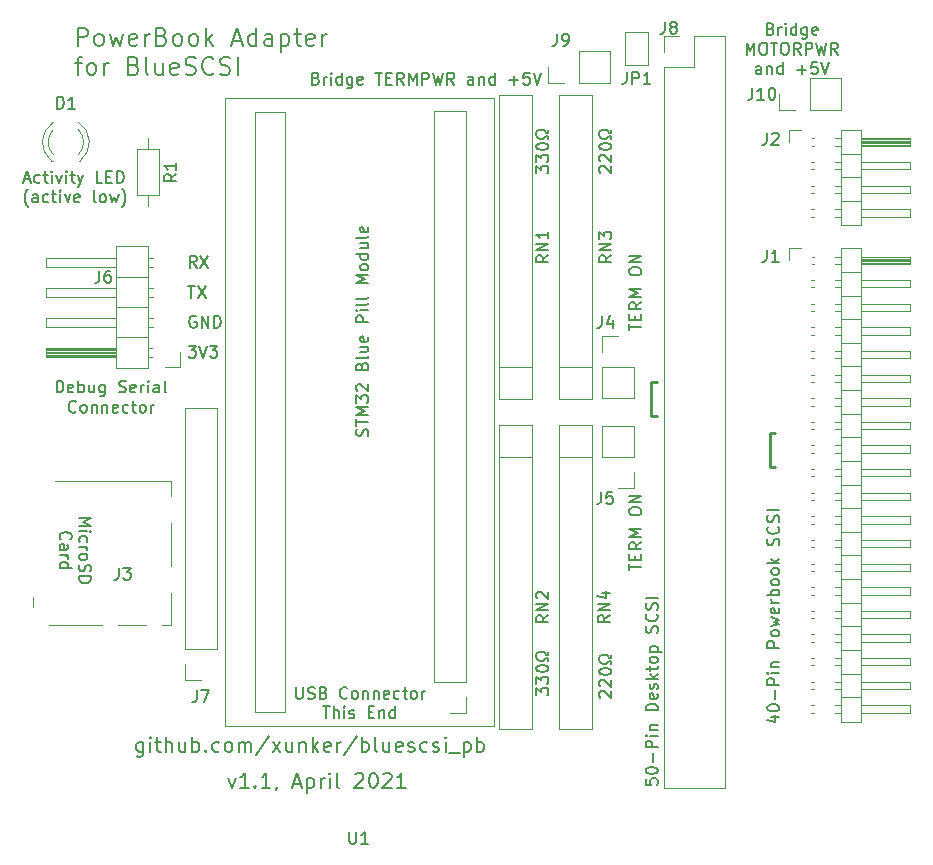
<source format=gbr>
%TF.GenerationSoftware,KiCad,Pcbnew,(5.1.8-0-10_14)*%
%TF.CreationDate,2021-04-04T23:03:52-06:00*%
%TF.ProjectId,bluescsi_powerbook,626c7565-7363-4736-995f-706f77657262,rev?*%
%TF.SameCoordinates,Original*%
%TF.FileFunction,Legend,Top*%
%TF.FilePolarity,Positive*%
%FSLAX46Y46*%
G04 Gerber Fmt 4.6, Leading zero omitted, Abs format (unit mm)*
G04 Created by KiCad (PCBNEW (5.1.8-0-10_14)) date 2021-04-04 23:03:52*
%MOMM*%
%LPD*%
G01*
G04 APERTURE LIST*
%ADD10C,0.150000*%
%ADD11C,0.200000*%
%ADD12C,0.250000*%
%ADD13C,0.120000*%
G04 APERTURE END LIST*
D10*
X95537976Y-83161666D02*
X96014166Y-83161666D01*
X95442738Y-83447380D02*
X95776071Y-82447380D01*
X96109404Y-83447380D01*
X96871309Y-83399761D02*
X96776071Y-83447380D01*
X96585595Y-83447380D01*
X96490357Y-83399761D01*
X96442738Y-83352142D01*
X96395119Y-83256904D01*
X96395119Y-82971190D01*
X96442738Y-82875952D01*
X96490357Y-82828333D01*
X96585595Y-82780714D01*
X96776071Y-82780714D01*
X96871309Y-82828333D01*
X97157023Y-82780714D02*
X97537976Y-82780714D01*
X97299880Y-82447380D02*
X97299880Y-83304523D01*
X97347500Y-83399761D01*
X97442738Y-83447380D01*
X97537976Y-83447380D01*
X97871309Y-83447380D02*
X97871309Y-82780714D01*
X97871309Y-82447380D02*
X97823690Y-82495000D01*
X97871309Y-82542619D01*
X97918928Y-82495000D01*
X97871309Y-82447380D01*
X97871309Y-82542619D01*
X98252261Y-82780714D02*
X98490357Y-83447380D01*
X98728452Y-82780714D01*
X99109404Y-83447380D02*
X99109404Y-82780714D01*
X99109404Y-82447380D02*
X99061785Y-82495000D01*
X99109404Y-82542619D01*
X99157023Y-82495000D01*
X99109404Y-82447380D01*
X99109404Y-82542619D01*
X99442738Y-82780714D02*
X99823690Y-82780714D01*
X99585595Y-82447380D02*
X99585595Y-83304523D01*
X99633214Y-83399761D01*
X99728452Y-83447380D01*
X99823690Y-83447380D01*
X100061785Y-82780714D02*
X100299880Y-83447380D01*
X100537976Y-82780714D02*
X100299880Y-83447380D01*
X100204642Y-83685476D01*
X100157023Y-83733095D01*
X100061785Y-83780714D01*
X102157023Y-83447380D02*
X101680833Y-83447380D01*
X101680833Y-82447380D01*
X102490357Y-82923571D02*
X102823690Y-82923571D01*
X102966547Y-83447380D02*
X102490357Y-83447380D01*
X102490357Y-82447380D01*
X102966547Y-82447380D01*
X103395119Y-83447380D02*
X103395119Y-82447380D01*
X103633214Y-82447380D01*
X103776071Y-82495000D01*
X103871309Y-82590238D01*
X103918928Y-82685476D01*
X103966547Y-82875952D01*
X103966547Y-83018809D01*
X103918928Y-83209285D01*
X103871309Y-83304523D01*
X103776071Y-83399761D01*
X103633214Y-83447380D01*
X103395119Y-83447380D01*
X95871309Y-85478333D02*
X95823690Y-85430714D01*
X95728452Y-85287857D01*
X95680833Y-85192619D01*
X95633214Y-85049761D01*
X95585595Y-84811666D01*
X95585595Y-84621190D01*
X95633214Y-84383095D01*
X95680833Y-84240238D01*
X95728452Y-84145000D01*
X95823690Y-84002142D01*
X95871309Y-83954523D01*
X96680833Y-85097380D02*
X96680833Y-84573571D01*
X96633214Y-84478333D01*
X96537976Y-84430714D01*
X96347500Y-84430714D01*
X96252261Y-84478333D01*
X96680833Y-85049761D02*
X96585595Y-85097380D01*
X96347500Y-85097380D01*
X96252261Y-85049761D01*
X96204642Y-84954523D01*
X96204642Y-84859285D01*
X96252261Y-84764047D01*
X96347500Y-84716428D01*
X96585595Y-84716428D01*
X96680833Y-84668809D01*
X97585595Y-85049761D02*
X97490357Y-85097380D01*
X97299880Y-85097380D01*
X97204642Y-85049761D01*
X97157023Y-85002142D01*
X97109404Y-84906904D01*
X97109404Y-84621190D01*
X97157023Y-84525952D01*
X97204642Y-84478333D01*
X97299880Y-84430714D01*
X97490357Y-84430714D01*
X97585595Y-84478333D01*
X97871309Y-84430714D02*
X98252261Y-84430714D01*
X98014166Y-84097380D02*
X98014166Y-84954523D01*
X98061785Y-85049761D01*
X98157023Y-85097380D01*
X98252261Y-85097380D01*
X98585595Y-85097380D02*
X98585595Y-84430714D01*
X98585595Y-84097380D02*
X98537976Y-84145000D01*
X98585595Y-84192619D01*
X98633214Y-84145000D01*
X98585595Y-84097380D01*
X98585595Y-84192619D01*
X98966547Y-84430714D02*
X99204642Y-85097380D01*
X99442738Y-84430714D01*
X100204642Y-85049761D02*
X100109404Y-85097380D01*
X99918928Y-85097380D01*
X99823690Y-85049761D01*
X99776071Y-84954523D01*
X99776071Y-84573571D01*
X99823690Y-84478333D01*
X99918928Y-84430714D01*
X100109404Y-84430714D01*
X100204642Y-84478333D01*
X100252261Y-84573571D01*
X100252261Y-84668809D01*
X99776071Y-84764047D01*
X101585595Y-85097380D02*
X101490357Y-85049761D01*
X101442738Y-84954523D01*
X101442738Y-84097380D01*
X102109404Y-85097380D02*
X102014166Y-85049761D01*
X101966547Y-85002142D01*
X101918928Y-84906904D01*
X101918928Y-84621190D01*
X101966547Y-84525952D01*
X102014166Y-84478333D01*
X102109404Y-84430714D01*
X102252261Y-84430714D01*
X102347500Y-84478333D01*
X102395119Y-84525952D01*
X102442738Y-84621190D01*
X102442738Y-84906904D01*
X102395119Y-85002142D01*
X102347500Y-85049761D01*
X102252261Y-85097380D01*
X102109404Y-85097380D01*
X102776071Y-84430714D02*
X102966547Y-85097380D01*
X103157023Y-84621190D01*
X103347500Y-85097380D01*
X103537976Y-84430714D01*
X103823690Y-85478333D02*
X103871309Y-85430714D01*
X103966547Y-85287857D01*
X104014166Y-85192619D01*
X104061785Y-85049761D01*
X104109404Y-84811666D01*
X104109404Y-84621190D01*
X104061785Y-84383095D01*
X104014166Y-84240238D01*
X103966547Y-84145000D01*
X103871309Y-84002142D01*
X103823690Y-83954523D01*
D11*
X100055142Y-71843571D02*
X100055142Y-70343571D01*
X100626571Y-70343571D01*
X100769428Y-70415000D01*
X100840857Y-70486428D01*
X100912285Y-70629285D01*
X100912285Y-70843571D01*
X100840857Y-70986428D01*
X100769428Y-71057857D01*
X100626571Y-71129285D01*
X100055142Y-71129285D01*
X101769428Y-71843571D02*
X101626571Y-71772142D01*
X101555142Y-71700714D01*
X101483714Y-71557857D01*
X101483714Y-71129285D01*
X101555142Y-70986428D01*
X101626571Y-70915000D01*
X101769428Y-70843571D01*
X101983714Y-70843571D01*
X102126571Y-70915000D01*
X102198000Y-70986428D01*
X102269428Y-71129285D01*
X102269428Y-71557857D01*
X102198000Y-71700714D01*
X102126571Y-71772142D01*
X101983714Y-71843571D01*
X101769428Y-71843571D01*
X102769428Y-70843571D02*
X103055142Y-71843571D01*
X103340857Y-71129285D01*
X103626571Y-71843571D01*
X103912285Y-70843571D01*
X105055142Y-71772142D02*
X104912285Y-71843571D01*
X104626571Y-71843571D01*
X104483714Y-71772142D01*
X104412285Y-71629285D01*
X104412285Y-71057857D01*
X104483714Y-70915000D01*
X104626571Y-70843571D01*
X104912285Y-70843571D01*
X105055142Y-70915000D01*
X105126571Y-71057857D01*
X105126571Y-71200714D01*
X104412285Y-71343571D01*
X105769428Y-71843571D02*
X105769428Y-70843571D01*
X105769428Y-71129285D02*
X105840857Y-70986428D01*
X105912285Y-70915000D01*
X106055142Y-70843571D01*
X106198000Y-70843571D01*
X107198000Y-71057857D02*
X107412285Y-71129285D01*
X107483714Y-71200714D01*
X107555142Y-71343571D01*
X107555142Y-71557857D01*
X107483714Y-71700714D01*
X107412285Y-71772142D01*
X107269428Y-71843571D01*
X106698000Y-71843571D01*
X106698000Y-70343571D01*
X107198000Y-70343571D01*
X107340857Y-70415000D01*
X107412285Y-70486428D01*
X107483714Y-70629285D01*
X107483714Y-70772142D01*
X107412285Y-70915000D01*
X107340857Y-70986428D01*
X107198000Y-71057857D01*
X106698000Y-71057857D01*
X108412285Y-71843571D02*
X108269428Y-71772142D01*
X108198000Y-71700714D01*
X108126571Y-71557857D01*
X108126571Y-71129285D01*
X108198000Y-70986428D01*
X108269428Y-70915000D01*
X108412285Y-70843571D01*
X108626571Y-70843571D01*
X108769428Y-70915000D01*
X108840857Y-70986428D01*
X108912285Y-71129285D01*
X108912285Y-71557857D01*
X108840857Y-71700714D01*
X108769428Y-71772142D01*
X108626571Y-71843571D01*
X108412285Y-71843571D01*
X109769428Y-71843571D02*
X109626571Y-71772142D01*
X109555142Y-71700714D01*
X109483714Y-71557857D01*
X109483714Y-71129285D01*
X109555142Y-70986428D01*
X109626571Y-70915000D01*
X109769428Y-70843571D01*
X109983714Y-70843571D01*
X110126571Y-70915000D01*
X110198000Y-70986428D01*
X110269428Y-71129285D01*
X110269428Y-71557857D01*
X110198000Y-71700714D01*
X110126571Y-71772142D01*
X109983714Y-71843571D01*
X109769428Y-71843571D01*
X110912285Y-71843571D02*
X110912285Y-70343571D01*
X111055142Y-71272142D02*
X111483714Y-71843571D01*
X111483714Y-70843571D02*
X110912285Y-71415000D01*
X113198000Y-71415000D02*
X113912285Y-71415000D01*
X113055142Y-71843571D02*
X113555142Y-70343571D01*
X114055142Y-71843571D01*
X115198000Y-71843571D02*
X115198000Y-70343571D01*
X115198000Y-71772142D02*
X115055142Y-71843571D01*
X114769428Y-71843571D01*
X114626571Y-71772142D01*
X114555142Y-71700714D01*
X114483714Y-71557857D01*
X114483714Y-71129285D01*
X114555142Y-70986428D01*
X114626571Y-70915000D01*
X114769428Y-70843571D01*
X115055142Y-70843571D01*
X115198000Y-70915000D01*
X116555142Y-71843571D02*
X116555142Y-71057857D01*
X116483714Y-70915000D01*
X116340857Y-70843571D01*
X116055142Y-70843571D01*
X115912285Y-70915000D01*
X116555142Y-71772142D02*
X116412285Y-71843571D01*
X116055142Y-71843571D01*
X115912285Y-71772142D01*
X115840857Y-71629285D01*
X115840857Y-71486428D01*
X115912285Y-71343571D01*
X116055142Y-71272142D01*
X116412285Y-71272142D01*
X116555142Y-71200714D01*
X117269428Y-70843571D02*
X117269428Y-72343571D01*
X117269428Y-70915000D02*
X117412285Y-70843571D01*
X117698000Y-70843571D01*
X117840857Y-70915000D01*
X117912285Y-70986428D01*
X117983714Y-71129285D01*
X117983714Y-71557857D01*
X117912285Y-71700714D01*
X117840857Y-71772142D01*
X117698000Y-71843571D01*
X117412285Y-71843571D01*
X117269428Y-71772142D01*
X118412285Y-70843571D02*
X118983714Y-70843571D01*
X118626571Y-70343571D02*
X118626571Y-71629285D01*
X118698000Y-71772142D01*
X118840857Y-71843571D01*
X118983714Y-71843571D01*
X120055142Y-71772142D02*
X119912285Y-71843571D01*
X119626571Y-71843571D01*
X119483714Y-71772142D01*
X119412285Y-71629285D01*
X119412285Y-71057857D01*
X119483714Y-70915000D01*
X119626571Y-70843571D01*
X119912285Y-70843571D01*
X120055142Y-70915000D01*
X120126571Y-71057857D01*
X120126571Y-71200714D01*
X119412285Y-71343571D01*
X120769428Y-71843571D02*
X120769428Y-70843571D01*
X120769428Y-71129285D02*
X120840857Y-70986428D01*
X120912285Y-70915000D01*
X121055142Y-70843571D01*
X121198000Y-70843571D01*
X99840857Y-73293571D02*
X100412285Y-73293571D01*
X100055142Y-74293571D02*
X100055142Y-73007857D01*
X100126571Y-72865000D01*
X100269428Y-72793571D01*
X100412285Y-72793571D01*
X101126571Y-74293571D02*
X100983714Y-74222142D01*
X100912285Y-74150714D01*
X100840857Y-74007857D01*
X100840857Y-73579285D01*
X100912285Y-73436428D01*
X100983714Y-73365000D01*
X101126571Y-73293571D01*
X101340857Y-73293571D01*
X101483714Y-73365000D01*
X101555142Y-73436428D01*
X101626571Y-73579285D01*
X101626571Y-74007857D01*
X101555142Y-74150714D01*
X101483714Y-74222142D01*
X101340857Y-74293571D01*
X101126571Y-74293571D01*
X102269428Y-74293571D02*
X102269428Y-73293571D01*
X102269428Y-73579285D02*
X102340857Y-73436428D01*
X102412285Y-73365000D01*
X102555142Y-73293571D01*
X102698000Y-73293571D01*
X104840857Y-73507857D02*
X105055142Y-73579285D01*
X105126571Y-73650714D01*
X105198000Y-73793571D01*
X105198000Y-74007857D01*
X105126571Y-74150714D01*
X105055142Y-74222142D01*
X104912285Y-74293571D01*
X104340857Y-74293571D01*
X104340857Y-72793571D01*
X104840857Y-72793571D01*
X104983714Y-72865000D01*
X105055142Y-72936428D01*
X105126571Y-73079285D01*
X105126571Y-73222142D01*
X105055142Y-73365000D01*
X104983714Y-73436428D01*
X104840857Y-73507857D01*
X104340857Y-73507857D01*
X106055142Y-74293571D02*
X105912285Y-74222142D01*
X105840857Y-74079285D01*
X105840857Y-72793571D01*
X107269428Y-73293571D02*
X107269428Y-74293571D01*
X106626571Y-73293571D02*
X106626571Y-74079285D01*
X106698000Y-74222142D01*
X106840857Y-74293571D01*
X107055142Y-74293571D01*
X107198000Y-74222142D01*
X107269428Y-74150714D01*
X108555142Y-74222142D02*
X108412285Y-74293571D01*
X108126571Y-74293571D01*
X107983714Y-74222142D01*
X107912285Y-74079285D01*
X107912285Y-73507857D01*
X107983714Y-73365000D01*
X108126571Y-73293571D01*
X108412285Y-73293571D01*
X108555142Y-73365000D01*
X108626571Y-73507857D01*
X108626571Y-73650714D01*
X107912285Y-73793571D01*
X109198000Y-74222142D02*
X109412285Y-74293571D01*
X109769428Y-74293571D01*
X109912285Y-74222142D01*
X109983714Y-74150714D01*
X110055142Y-74007857D01*
X110055142Y-73865000D01*
X109983714Y-73722142D01*
X109912285Y-73650714D01*
X109769428Y-73579285D01*
X109483714Y-73507857D01*
X109340857Y-73436428D01*
X109269428Y-73365000D01*
X109198000Y-73222142D01*
X109198000Y-73079285D01*
X109269428Y-72936428D01*
X109340857Y-72865000D01*
X109483714Y-72793571D01*
X109840857Y-72793571D01*
X110055142Y-72865000D01*
X111555142Y-74150714D02*
X111483714Y-74222142D01*
X111269428Y-74293571D01*
X111126571Y-74293571D01*
X110912285Y-74222142D01*
X110769428Y-74079285D01*
X110698000Y-73936428D01*
X110626571Y-73650714D01*
X110626571Y-73436428D01*
X110698000Y-73150714D01*
X110769428Y-73007857D01*
X110912285Y-72865000D01*
X111126571Y-72793571D01*
X111269428Y-72793571D01*
X111483714Y-72865000D01*
X111555142Y-72936428D01*
X112126571Y-74222142D02*
X112340857Y-74293571D01*
X112698000Y-74293571D01*
X112840857Y-74222142D01*
X112912285Y-74150714D01*
X112983714Y-74007857D01*
X112983714Y-73865000D01*
X112912285Y-73722142D01*
X112840857Y-73650714D01*
X112698000Y-73579285D01*
X112412285Y-73507857D01*
X112269428Y-73436428D01*
X112198000Y-73365000D01*
X112126571Y-73222142D01*
X112126571Y-73079285D01*
X112198000Y-72936428D01*
X112269428Y-72865000D01*
X112412285Y-72793571D01*
X112769428Y-72793571D01*
X112983714Y-72865000D01*
X113626571Y-74293571D02*
X113626571Y-72793571D01*
D10*
X120230476Y-74604571D02*
X120373333Y-74652190D01*
X120420952Y-74699809D01*
X120468571Y-74795047D01*
X120468571Y-74937904D01*
X120420952Y-75033142D01*
X120373333Y-75080761D01*
X120278095Y-75128380D01*
X119897142Y-75128380D01*
X119897142Y-74128380D01*
X120230476Y-74128380D01*
X120325714Y-74176000D01*
X120373333Y-74223619D01*
X120420952Y-74318857D01*
X120420952Y-74414095D01*
X120373333Y-74509333D01*
X120325714Y-74556952D01*
X120230476Y-74604571D01*
X119897142Y-74604571D01*
X120897142Y-75128380D02*
X120897142Y-74461714D01*
X120897142Y-74652190D02*
X120944761Y-74556952D01*
X120992380Y-74509333D01*
X121087619Y-74461714D01*
X121182857Y-74461714D01*
X121516190Y-75128380D02*
X121516190Y-74461714D01*
X121516190Y-74128380D02*
X121468571Y-74176000D01*
X121516190Y-74223619D01*
X121563809Y-74176000D01*
X121516190Y-74128380D01*
X121516190Y-74223619D01*
X122420952Y-75128380D02*
X122420952Y-74128380D01*
X122420952Y-75080761D02*
X122325714Y-75128380D01*
X122135238Y-75128380D01*
X122040000Y-75080761D01*
X121992380Y-75033142D01*
X121944761Y-74937904D01*
X121944761Y-74652190D01*
X121992380Y-74556952D01*
X122040000Y-74509333D01*
X122135238Y-74461714D01*
X122325714Y-74461714D01*
X122420952Y-74509333D01*
X123325714Y-74461714D02*
X123325714Y-75271238D01*
X123278095Y-75366476D01*
X123230476Y-75414095D01*
X123135238Y-75461714D01*
X122992380Y-75461714D01*
X122897142Y-75414095D01*
X123325714Y-75080761D02*
X123230476Y-75128380D01*
X123040000Y-75128380D01*
X122944761Y-75080761D01*
X122897142Y-75033142D01*
X122849523Y-74937904D01*
X122849523Y-74652190D01*
X122897142Y-74556952D01*
X122944761Y-74509333D01*
X123040000Y-74461714D01*
X123230476Y-74461714D01*
X123325714Y-74509333D01*
X124182857Y-75080761D02*
X124087619Y-75128380D01*
X123897142Y-75128380D01*
X123801904Y-75080761D01*
X123754285Y-74985523D01*
X123754285Y-74604571D01*
X123801904Y-74509333D01*
X123897142Y-74461714D01*
X124087619Y-74461714D01*
X124182857Y-74509333D01*
X124230476Y-74604571D01*
X124230476Y-74699809D01*
X123754285Y-74795047D01*
X125278095Y-74128380D02*
X125849523Y-74128380D01*
X125563809Y-75128380D02*
X125563809Y-74128380D01*
X126182857Y-74604571D02*
X126516190Y-74604571D01*
X126659047Y-75128380D02*
X126182857Y-75128380D01*
X126182857Y-74128380D01*
X126659047Y-74128380D01*
X127659047Y-75128380D02*
X127325714Y-74652190D01*
X127087619Y-75128380D02*
X127087619Y-74128380D01*
X127468571Y-74128380D01*
X127563809Y-74176000D01*
X127611428Y-74223619D01*
X127659047Y-74318857D01*
X127659047Y-74461714D01*
X127611428Y-74556952D01*
X127563809Y-74604571D01*
X127468571Y-74652190D01*
X127087619Y-74652190D01*
X128087619Y-75128380D02*
X128087619Y-74128380D01*
X128420952Y-74842666D01*
X128754285Y-74128380D01*
X128754285Y-75128380D01*
X129230476Y-75128380D02*
X129230476Y-74128380D01*
X129611428Y-74128380D01*
X129706666Y-74176000D01*
X129754285Y-74223619D01*
X129801904Y-74318857D01*
X129801904Y-74461714D01*
X129754285Y-74556952D01*
X129706666Y-74604571D01*
X129611428Y-74652190D01*
X129230476Y-74652190D01*
X130135238Y-74128380D02*
X130373333Y-75128380D01*
X130563809Y-74414095D01*
X130754285Y-75128380D01*
X130992380Y-74128380D01*
X131944761Y-75128380D02*
X131611428Y-74652190D01*
X131373333Y-75128380D02*
X131373333Y-74128380D01*
X131754285Y-74128380D01*
X131849523Y-74176000D01*
X131897142Y-74223619D01*
X131944761Y-74318857D01*
X131944761Y-74461714D01*
X131897142Y-74556952D01*
X131849523Y-74604571D01*
X131754285Y-74652190D01*
X131373333Y-74652190D01*
X133563809Y-75128380D02*
X133563809Y-74604571D01*
X133516190Y-74509333D01*
X133420952Y-74461714D01*
X133230476Y-74461714D01*
X133135238Y-74509333D01*
X133563809Y-75080761D02*
X133468571Y-75128380D01*
X133230476Y-75128380D01*
X133135238Y-75080761D01*
X133087619Y-74985523D01*
X133087619Y-74890285D01*
X133135238Y-74795047D01*
X133230476Y-74747428D01*
X133468571Y-74747428D01*
X133563809Y-74699809D01*
X134040000Y-74461714D02*
X134040000Y-75128380D01*
X134040000Y-74556952D02*
X134087619Y-74509333D01*
X134182857Y-74461714D01*
X134325714Y-74461714D01*
X134420952Y-74509333D01*
X134468571Y-74604571D01*
X134468571Y-75128380D01*
X135373333Y-75128380D02*
X135373333Y-74128380D01*
X135373333Y-75080761D02*
X135278095Y-75128380D01*
X135087619Y-75128380D01*
X134992380Y-75080761D01*
X134944761Y-75033142D01*
X134897142Y-74937904D01*
X134897142Y-74652190D01*
X134944761Y-74556952D01*
X134992380Y-74509333D01*
X135087619Y-74461714D01*
X135278095Y-74461714D01*
X135373333Y-74509333D01*
X136611428Y-74747428D02*
X137373333Y-74747428D01*
X136992380Y-75128380D02*
X136992380Y-74366476D01*
X138325714Y-74128380D02*
X137849523Y-74128380D01*
X137801904Y-74604571D01*
X137849523Y-74556952D01*
X137944761Y-74509333D01*
X138182857Y-74509333D01*
X138278095Y-74556952D01*
X138325714Y-74604571D01*
X138373333Y-74699809D01*
X138373333Y-74937904D01*
X138325714Y-75033142D01*
X138278095Y-75080761D01*
X138182857Y-75128380D01*
X137944761Y-75128380D01*
X137849523Y-75080761D01*
X137801904Y-75033142D01*
X138659047Y-74128380D02*
X138992380Y-75128380D01*
X139325714Y-74128380D01*
X158718476Y-70414571D02*
X158861333Y-70462190D01*
X158908952Y-70509809D01*
X158956571Y-70605047D01*
X158956571Y-70747904D01*
X158908952Y-70843142D01*
X158861333Y-70890761D01*
X158766095Y-70938380D01*
X158385142Y-70938380D01*
X158385142Y-69938380D01*
X158718476Y-69938380D01*
X158813714Y-69986000D01*
X158861333Y-70033619D01*
X158908952Y-70128857D01*
X158908952Y-70224095D01*
X158861333Y-70319333D01*
X158813714Y-70366952D01*
X158718476Y-70414571D01*
X158385142Y-70414571D01*
X159385142Y-70938380D02*
X159385142Y-70271714D01*
X159385142Y-70462190D02*
X159432761Y-70366952D01*
X159480380Y-70319333D01*
X159575619Y-70271714D01*
X159670857Y-70271714D01*
X160004190Y-70938380D02*
X160004190Y-70271714D01*
X160004190Y-69938380D02*
X159956571Y-69986000D01*
X160004190Y-70033619D01*
X160051809Y-69986000D01*
X160004190Y-69938380D01*
X160004190Y-70033619D01*
X160908952Y-70938380D02*
X160908952Y-69938380D01*
X160908952Y-70890761D02*
X160813714Y-70938380D01*
X160623238Y-70938380D01*
X160528000Y-70890761D01*
X160480380Y-70843142D01*
X160432761Y-70747904D01*
X160432761Y-70462190D01*
X160480380Y-70366952D01*
X160528000Y-70319333D01*
X160623238Y-70271714D01*
X160813714Y-70271714D01*
X160908952Y-70319333D01*
X161813714Y-70271714D02*
X161813714Y-71081238D01*
X161766095Y-71176476D01*
X161718476Y-71224095D01*
X161623238Y-71271714D01*
X161480380Y-71271714D01*
X161385142Y-71224095D01*
X161813714Y-70890761D02*
X161718476Y-70938380D01*
X161528000Y-70938380D01*
X161432761Y-70890761D01*
X161385142Y-70843142D01*
X161337523Y-70747904D01*
X161337523Y-70462190D01*
X161385142Y-70366952D01*
X161432761Y-70319333D01*
X161528000Y-70271714D01*
X161718476Y-70271714D01*
X161813714Y-70319333D01*
X162670857Y-70890761D02*
X162575619Y-70938380D01*
X162385142Y-70938380D01*
X162289904Y-70890761D01*
X162242285Y-70795523D01*
X162242285Y-70414571D01*
X162289904Y-70319333D01*
X162385142Y-70271714D01*
X162575619Y-70271714D01*
X162670857Y-70319333D01*
X162718476Y-70414571D01*
X162718476Y-70509809D01*
X162242285Y-70605047D01*
X156694666Y-72588380D02*
X156694666Y-71588380D01*
X157028000Y-72302666D01*
X157361333Y-71588380D01*
X157361333Y-72588380D01*
X158028000Y-71588380D02*
X158218476Y-71588380D01*
X158313714Y-71636000D01*
X158408952Y-71731238D01*
X158456571Y-71921714D01*
X158456571Y-72255047D01*
X158408952Y-72445523D01*
X158313714Y-72540761D01*
X158218476Y-72588380D01*
X158028000Y-72588380D01*
X157932761Y-72540761D01*
X157837523Y-72445523D01*
X157789904Y-72255047D01*
X157789904Y-71921714D01*
X157837523Y-71731238D01*
X157932761Y-71636000D01*
X158028000Y-71588380D01*
X158742285Y-71588380D02*
X159313714Y-71588380D01*
X159028000Y-72588380D02*
X159028000Y-71588380D01*
X159837523Y-71588380D02*
X160028000Y-71588380D01*
X160123238Y-71636000D01*
X160218476Y-71731238D01*
X160266095Y-71921714D01*
X160266095Y-72255047D01*
X160218476Y-72445523D01*
X160123238Y-72540761D01*
X160028000Y-72588380D01*
X159837523Y-72588380D01*
X159742285Y-72540761D01*
X159647047Y-72445523D01*
X159599428Y-72255047D01*
X159599428Y-71921714D01*
X159647047Y-71731238D01*
X159742285Y-71636000D01*
X159837523Y-71588380D01*
X161266095Y-72588380D02*
X160932761Y-72112190D01*
X160694666Y-72588380D02*
X160694666Y-71588380D01*
X161075619Y-71588380D01*
X161170857Y-71636000D01*
X161218476Y-71683619D01*
X161266095Y-71778857D01*
X161266095Y-71921714D01*
X161218476Y-72016952D01*
X161170857Y-72064571D01*
X161075619Y-72112190D01*
X160694666Y-72112190D01*
X161694666Y-72588380D02*
X161694666Y-71588380D01*
X162075619Y-71588380D01*
X162170857Y-71636000D01*
X162218476Y-71683619D01*
X162266095Y-71778857D01*
X162266095Y-71921714D01*
X162218476Y-72016952D01*
X162170857Y-72064571D01*
X162075619Y-72112190D01*
X161694666Y-72112190D01*
X162599428Y-71588380D02*
X162837523Y-72588380D01*
X163028000Y-71874095D01*
X163218476Y-72588380D01*
X163456571Y-71588380D01*
X164408952Y-72588380D02*
X164075619Y-72112190D01*
X163837523Y-72588380D02*
X163837523Y-71588380D01*
X164218476Y-71588380D01*
X164313714Y-71636000D01*
X164361333Y-71683619D01*
X164408952Y-71778857D01*
X164408952Y-71921714D01*
X164361333Y-72016952D01*
X164313714Y-72064571D01*
X164218476Y-72112190D01*
X163837523Y-72112190D01*
X157932761Y-74238380D02*
X157932761Y-73714571D01*
X157885142Y-73619333D01*
X157789904Y-73571714D01*
X157599428Y-73571714D01*
X157504190Y-73619333D01*
X157932761Y-74190761D02*
X157837523Y-74238380D01*
X157599428Y-74238380D01*
X157504190Y-74190761D01*
X157456571Y-74095523D01*
X157456571Y-74000285D01*
X157504190Y-73905047D01*
X157599428Y-73857428D01*
X157837523Y-73857428D01*
X157932761Y-73809809D01*
X158408952Y-73571714D02*
X158408952Y-74238380D01*
X158408952Y-73666952D02*
X158456571Y-73619333D01*
X158551809Y-73571714D01*
X158694666Y-73571714D01*
X158789904Y-73619333D01*
X158837523Y-73714571D01*
X158837523Y-74238380D01*
X159742285Y-74238380D02*
X159742285Y-73238380D01*
X159742285Y-74190761D02*
X159647047Y-74238380D01*
X159456571Y-74238380D01*
X159361333Y-74190761D01*
X159313714Y-74143142D01*
X159266095Y-74047904D01*
X159266095Y-73762190D01*
X159313714Y-73666952D01*
X159361333Y-73619333D01*
X159456571Y-73571714D01*
X159647047Y-73571714D01*
X159742285Y-73619333D01*
X160980380Y-73857428D02*
X161742285Y-73857428D01*
X161361333Y-74238380D02*
X161361333Y-73476476D01*
X162694666Y-73238380D02*
X162218476Y-73238380D01*
X162170857Y-73714571D01*
X162218476Y-73666952D01*
X162313714Y-73619333D01*
X162551809Y-73619333D01*
X162647047Y-73666952D01*
X162694666Y-73714571D01*
X162742285Y-73809809D01*
X162742285Y-74047904D01*
X162694666Y-74143142D01*
X162647047Y-74190761D01*
X162551809Y-74238380D01*
X162313714Y-74238380D01*
X162218476Y-74190761D01*
X162170857Y-74143142D01*
X163028000Y-73238380D02*
X163361333Y-74238380D01*
X163694666Y-73238380D01*
D11*
X112830571Y-133844142D02*
X113128190Y-134677476D01*
X113425809Y-133844142D01*
X114556761Y-134677476D02*
X113842476Y-134677476D01*
X114199619Y-134677476D02*
X114199619Y-133427476D01*
X114080571Y-133606047D01*
X113961523Y-133725095D01*
X113842476Y-133784619D01*
X115092476Y-134558428D02*
X115152000Y-134617952D01*
X115092476Y-134677476D01*
X115032952Y-134617952D01*
X115092476Y-134558428D01*
X115092476Y-134677476D01*
X116342476Y-134677476D02*
X115628190Y-134677476D01*
X115985333Y-134677476D02*
X115985333Y-133427476D01*
X115866285Y-133606047D01*
X115747238Y-133725095D01*
X115628190Y-133784619D01*
X116937714Y-134617952D02*
X116937714Y-134677476D01*
X116878190Y-134796523D01*
X116818666Y-134856047D01*
X118366285Y-134320333D02*
X118961523Y-134320333D01*
X118247238Y-134677476D02*
X118663904Y-133427476D01*
X119080571Y-134677476D01*
X119497238Y-133844142D02*
X119497238Y-135094142D01*
X119497238Y-133903666D02*
X119616285Y-133844142D01*
X119854380Y-133844142D01*
X119973428Y-133903666D01*
X120032952Y-133963190D01*
X120092476Y-134082238D01*
X120092476Y-134439380D01*
X120032952Y-134558428D01*
X119973428Y-134617952D01*
X119854380Y-134677476D01*
X119616285Y-134677476D01*
X119497238Y-134617952D01*
X120628190Y-134677476D02*
X120628190Y-133844142D01*
X120628190Y-134082238D02*
X120687714Y-133963190D01*
X120747238Y-133903666D01*
X120866285Y-133844142D01*
X120985333Y-133844142D01*
X121402000Y-134677476D02*
X121402000Y-133844142D01*
X121402000Y-133427476D02*
X121342476Y-133487000D01*
X121402000Y-133546523D01*
X121461523Y-133487000D01*
X121402000Y-133427476D01*
X121402000Y-133546523D01*
X122175809Y-134677476D02*
X122056761Y-134617952D01*
X121997238Y-134498904D01*
X121997238Y-133427476D01*
X123544857Y-133546523D02*
X123604380Y-133487000D01*
X123723428Y-133427476D01*
X124021047Y-133427476D01*
X124140095Y-133487000D01*
X124199619Y-133546523D01*
X124259142Y-133665571D01*
X124259142Y-133784619D01*
X124199619Y-133963190D01*
X123485333Y-134677476D01*
X124259142Y-134677476D01*
X125032952Y-133427476D02*
X125152000Y-133427476D01*
X125271047Y-133487000D01*
X125330571Y-133546523D01*
X125390095Y-133665571D01*
X125449619Y-133903666D01*
X125449619Y-134201285D01*
X125390095Y-134439380D01*
X125330571Y-134558428D01*
X125271047Y-134617952D01*
X125152000Y-134677476D01*
X125032952Y-134677476D01*
X124913904Y-134617952D01*
X124854380Y-134558428D01*
X124794857Y-134439380D01*
X124735333Y-134201285D01*
X124735333Y-133903666D01*
X124794857Y-133665571D01*
X124854380Y-133546523D01*
X124913904Y-133487000D01*
X125032952Y-133427476D01*
X125925809Y-133546523D02*
X125985333Y-133487000D01*
X126104380Y-133427476D01*
X126402000Y-133427476D01*
X126521047Y-133487000D01*
X126580571Y-133546523D01*
X126640095Y-133665571D01*
X126640095Y-133784619D01*
X126580571Y-133963190D01*
X125866285Y-134677476D01*
X126640095Y-134677476D01*
X127830571Y-134677476D02*
X127116285Y-134677476D01*
X127473428Y-134677476D02*
X127473428Y-133427476D01*
X127354380Y-133606047D01*
X127235333Y-133725095D01*
X127116285Y-133784619D01*
X105611333Y-130796142D02*
X105611333Y-131808047D01*
X105551809Y-131927095D01*
X105492285Y-131986619D01*
X105373238Y-132046142D01*
X105194666Y-132046142D01*
X105075619Y-131986619D01*
X105611333Y-131569952D02*
X105492285Y-131629476D01*
X105254190Y-131629476D01*
X105135142Y-131569952D01*
X105075619Y-131510428D01*
X105016095Y-131391380D01*
X105016095Y-131034238D01*
X105075619Y-130915190D01*
X105135142Y-130855666D01*
X105254190Y-130796142D01*
X105492285Y-130796142D01*
X105611333Y-130855666D01*
X106206571Y-131629476D02*
X106206571Y-130796142D01*
X106206571Y-130379476D02*
X106147047Y-130439000D01*
X106206571Y-130498523D01*
X106266095Y-130439000D01*
X106206571Y-130379476D01*
X106206571Y-130498523D01*
X106623238Y-130796142D02*
X107099428Y-130796142D01*
X106801809Y-130379476D02*
X106801809Y-131450904D01*
X106861333Y-131569952D01*
X106980380Y-131629476D01*
X107099428Y-131629476D01*
X107516095Y-131629476D02*
X107516095Y-130379476D01*
X108051809Y-131629476D02*
X108051809Y-130974714D01*
X107992285Y-130855666D01*
X107873238Y-130796142D01*
X107694666Y-130796142D01*
X107575619Y-130855666D01*
X107516095Y-130915190D01*
X109182761Y-130796142D02*
X109182761Y-131629476D01*
X108647047Y-130796142D02*
X108647047Y-131450904D01*
X108706571Y-131569952D01*
X108825619Y-131629476D01*
X109004190Y-131629476D01*
X109123238Y-131569952D01*
X109182761Y-131510428D01*
X109778000Y-131629476D02*
X109778000Y-130379476D01*
X109778000Y-130855666D02*
X109897047Y-130796142D01*
X110135142Y-130796142D01*
X110254190Y-130855666D01*
X110313714Y-130915190D01*
X110373238Y-131034238D01*
X110373238Y-131391380D01*
X110313714Y-131510428D01*
X110254190Y-131569952D01*
X110135142Y-131629476D01*
X109897047Y-131629476D01*
X109778000Y-131569952D01*
X110908952Y-131510428D02*
X110968476Y-131569952D01*
X110908952Y-131629476D01*
X110849428Y-131569952D01*
X110908952Y-131510428D01*
X110908952Y-131629476D01*
X112039904Y-131569952D02*
X111920857Y-131629476D01*
X111682761Y-131629476D01*
X111563714Y-131569952D01*
X111504190Y-131510428D01*
X111444666Y-131391380D01*
X111444666Y-131034238D01*
X111504190Y-130915190D01*
X111563714Y-130855666D01*
X111682761Y-130796142D01*
X111920857Y-130796142D01*
X112039904Y-130855666D01*
X112754190Y-131629476D02*
X112635142Y-131569952D01*
X112575619Y-131510428D01*
X112516095Y-131391380D01*
X112516095Y-131034238D01*
X112575619Y-130915190D01*
X112635142Y-130855666D01*
X112754190Y-130796142D01*
X112932761Y-130796142D01*
X113051809Y-130855666D01*
X113111333Y-130915190D01*
X113170857Y-131034238D01*
X113170857Y-131391380D01*
X113111333Y-131510428D01*
X113051809Y-131569952D01*
X112932761Y-131629476D01*
X112754190Y-131629476D01*
X113706571Y-131629476D02*
X113706571Y-130796142D01*
X113706571Y-130915190D02*
X113766095Y-130855666D01*
X113885142Y-130796142D01*
X114063714Y-130796142D01*
X114182761Y-130855666D01*
X114242285Y-130974714D01*
X114242285Y-131629476D01*
X114242285Y-130974714D02*
X114301809Y-130855666D01*
X114420857Y-130796142D01*
X114599428Y-130796142D01*
X114718476Y-130855666D01*
X114778000Y-130974714D01*
X114778000Y-131629476D01*
X116266095Y-130319952D02*
X115194666Y-131927095D01*
X116563714Y-131629476D02*
X117218476Y-130796142D01*
X116563714Y-130796142D02*
X117218476Y-131629476D01*
X118230380Y-130796142D02*
X118230380Y-131629476D01*
X117694666Y-130796142D02*
X117694666Y-131450904D01*
X117754190Y-131569952D01*
X117873238Y-131629476D01*
X118051809Y-131629476D01*
X118170857Y-131569952D01*
X118230380Y-131510428D01*
X118825619Y-130796142D02*
X118825619Y-131629476D01*
X118825619Y-130915190D02*
X118885142Y-130855666D01*
X119004190Y-130796142D01*
X119182761Y-130796142D01*
X119301809Y-130855666D01*
X119361333Y-130974714D01*
X119361333Y-131629476D01*
X119956571Y-131629476D02*
X119956571Y-130379476D01*
X120075619Y-131153285D02*
X120432761Y-131629476D01*
X120432761Y-130796142D02*
X119956571Y-131272333D01*
X121444666Y-131569952D02*
X121325619Y-131629476D01*
X121087523Y-131629476D01*
X120968476Y-131569952D01*
X120908952Y-131450904D01*
X120908952Y-130974714D01*
X120968476Y-130855666D01*
X121087523Y-130796142D01*
X121325619Y-130796142D01*
X121444666Y-130855666D01*
X121504190Y-130974714D01*
X121504190Y-131093761D01*
X120908952Y-131212809D01*
X122039904Y-131629476D02*
X122039904Y-130796142D01*
X122039904Y-131034238D02*
X122099428Y-130915190D01*
X122158952Y-130855666D01*
X122278000Y-130796142D01*
X122397047Y-130796142D01*
X123706571Y-130319952D02*
X122635142Y-131927095D01*
X124123238Y-131629476D02*
X124123238Y-130379476D01*
X124123238Y-130855666D02*
X124242285Y-130796142D01*
X124480380Y-130796142D01*
X124599428Y-130855666D01*
X124658952Y-130915190D01*
X124718476Y-131034238D01*
X124718476Y-131391380D01*
X124658952Y-131510428D01*
X124599428Y-131569952D01*
X124480380Y-131629476D01*
X124242285Y-131629476D01*
X124123238Y-131569952D01*
X125432761Y-131629476D02*
X125313714Y-131569952D01*
X125254190Y-131450904D01*
X125254190Y-130379476D01*
X126444666Y-130796142D02*
X126444666Y-131629476D01*
X125908952Y-130796142D02*
X125908952Y-131450904D01*
X125968476Y-131569952D01*
X126087523Y-131629476D01*
X126266095Y-131629476D01*
X126385142Y-131569952D01*
X126444666Y-131510428D01*
X127516095Y-131569952D02*
X127397047Y-131629476D01*
X127158952Y-131629476D01*
X127039904Y-131569952D01*
X126980380Y-131450904D01*
X126980380Y-130974714D01*
X127039904Y-130855666D01*
X127158952Y-130796142D01*
X127397047Y-130796142D01*
X127516095Y-130855666D01*
X127575619Y-130974714D01*
X127575619Y-131093761D01*
X126980380Y-131212809D01*
X128051809Y-131569952D02*
X128170857Y-131629476D01*
X128408952Y-131629476D01*
X128527999Y-131569952D01*
X128587523Y-131450904D01*
X128587523Y-131391380D01*
X128527999Y-131272333D01*
X128408952Y-131212809D01*
X128230380Y-131212809D01*
X128111333Y-131153285D01*
X128051809Y-131034238D01*
X128051809Y-130974714D01*
X128111333Y-130855666D01*
X128230380Y-130796142D01*
X128408952Y-130796142D01*
X128527999Y-130855666D01*
X129658952Y-131569952D02*
X129539904Y-131629476D01*
X129301809Y-131629476D01*
X129182761Y-131569952D01*
X129123238Y-131510428D01*
X129063714Y-131391380D01*
X129063714Y-131034238D01*
X129123238Y-130915190D01*
X129182761Y-130855666D01*
X129301809Y-130796142D01*
X129539904Y-130796142D01*
X129658952Y-130855666D01*
X130135142Y-131569952D02*
X130254190Y-131629476D01*
X130492285Y-131629476D01*
X130611333Y-131569952D01*
X130670857Y-131450904D01*
X130670857Y-131391380D01*
X130611333Y-131272333D01*
X130492285Y-131212809D01*
X130313714Y-131212809D01*
X130194666Y-131153285D01*
X130135142Y-131034238D01*
X130135142Y-130974714D01*
X130194666Y-130855666D01*
X130313714Y-130796142D01*
X130492285Y-130796142D01*
X130611333Y-130855666D01*
X131206571Y-131629476D02*
X131206571Y-130796142D01*
X131206571Y-130379476D02*
X131147047Y-130439000D01*
X131206571Y-130498523D01*
X131266095Y-130439000D01*
X131206571Y-130379476D01*
X131206571Y-130498523D01*
X131504190Y-131748523D02*
X132456571Y-131748523D01*
X132754190Y-130796142D02*
X132754190Y-132046142D01*
X132754190Y-130855666D02*
X132873238Y-130796142D01*
X133111333Y-130796142D01*
X133230380Y-130855666D01*
X133289904Y-130915190D01*
X133349428Y-131034238D01*
X133349428Y-131391380D01*
X133289904Y-131510428D01*
X133230380Y-131569952D01*
X133111333Y-131629476D01*
X132873238Y-131629476D01*
X132754190Y-131569952D01*
X133885142Y-131629476D02*
X133885142Y-130379476D01*
X133885142Y-130855666D02*
X134004190Y-130796142D01*
X134242285Y-130796142D01*
X134361333Y-130855666D01*
X134420857Y-130915190D01*
X134480380Y-131034238D01*
X134480380Y-131391380D01*
X134420857Y-131510428D01*
X134361333Y-131569952D01*
X134242285Y-131629476D01*
X134004190Y-131629476D01*
X133885142Y-131569952D01*
D10*
X144327619Y-82581523D02*
X144280000Y-82533904D01*
X144232380Y-82438666D01*
X144232380Y-82200571D01*
X144280000Y-82105333D01*
X144327619Y-82057714D01*
X144422857Y-82010095D01*
X144518095Y-82010095D01*
X144660952Y-82057714D01*
X145232380Y-82629142D01*
X145232380Y-82010095D01*
X144327619Y-81629142D02*
X144280000Y-81581523D01*
X144232380Y-81486285D01*
X144232380Y-81248190D01*
X144280000Y-81152952D01*
X144327619Y-81105333D01*
X144422857Y-81057714D01*
X144518095Y-81057714D01*
X144660952Y-81105333D01*
X145232380Y-81676761D01*
X145232380Y-81057714D01*
X144232380Y-80438666D02*
X144232380Y-80343428D01*
X144280000Y-80248190D01*
X144327619Y-80200571D01*
X144422857Y-80152952D01*
X144613333Y-80105333D01*
X144851428Y-80105333D01*
X145041904Y-80152952D01*
X145137142Y-80200571D01*
X145184761Y-80248190D01*
X145232380Y-80343428D01*
X145232380Y-80438666D01*
X145184761Y-80533904D01*
X145137142Y-80581523D01*
X145041904Y-80629142D01*
X144851428Y-80676761D01*
X144613333Y-80676761D01*
X144422857Y-80629142D01*
X144327619Y-80581523D01*
X144280000Y-80533904D01*
X144232380Y-80438666D01*
X145232380Y-79724380D02*
X145232380Y-79486285D01*
X145041904Y-79486285D01*
X144994285Y-79581523D01*
X144899047Y-79676761D01*
X144756190Y-79724380D01*
X144518095Y-79724380D01*
X144375238Y-79676761D01*
X144280000Y-79581523D01*
X144232380Y-79438666D01*
X144232380Y-79248190D01*
X144280000Y-79105333D01*
X144375238Y-79010095D01*
X144518095Y-78962476D01*
X144756190Y-78962476D01*
X144899047Y-79010095D01*
X144994285Y-79105333D01*
X145041904Y-79200571D01*
X145232380Y-79200571D01*
X145232380Y-78962476D01*
X144327619Y-127031523D02*
X144280000Y-126983904D01*
X144232380Y-126888666D01*
X144232380Y-126650571D01*
X144280000Y-126555333D01*
X144327619Y-126507714D01*
X144422857Y-126460095D01*
X144518095Y-126460095D01*
X144660952Y-126507714D01*
X145232380Y-127079142D01*
X145232380Y-126460095D01*
X144327619Y-126079142D02*
X144280000Y-126031523D01*
X144232380Y-125936285D01*
X144232380Y-125698190D01*
X144280000Y-125602952D01*
X144327619Y-125555333D01*
X144422857Y-125507714D01*
X144518095Y-125507714D01*
X144660952Y-125555333D01*
X145232380Y-126126761D01*
X145232380Y-125507714D01*
X144232380Y-124888666D02*
X144232380Y-124793428D01*
X144280000Y-124698190D01*
X144327619Y-124650571D01*
X144422857Y-124602952D01*
X144613333Y-124555333D01*
X144851428Y-124555333D01*
X145041904Y-124602952D01*
X145137142Y-124650571D01*
X145184761Y-124698190D01*
X145232380Y-124793428D01*
X145232380Y-124888666D01*
X145184761Y-124983904D01*
X145137142Y-125031523D01*
X145041904Y-125079142D01*
X144851428Y-125126761D01*
X144613333Y-125126761D01*
X144422857Y-125079142D01*
X144327619Y-125031523D01*
X144280000Y-124983904D01*
X144232380Y-124888666D01*
X145232380Y-124174380D02*
X145232380Y-123936285D01*
X145041904Y-123936285D01*
X144994285Y-124031523D01*
X144899047Y-124126761D01*
X144756190Y-124174380D01*
X144518095Y-124174380D01*
X144375238Y-124126761D01*
X144280000Y-124031523D01*
X144232380Y-123888666D01*
X144232380Y-123698190D01*
X144280000Y-123555333D01*
X144375238Y-123460095D01*
X144518095Y-123412476D01*
X144756190Y-123412476D01*
X144899047Y-123460095D01*
X144994285Y-123555333D01*
X145041904Y-123650571D01*
X145232380Y-123650571D01*
X145232380Y-123412476D01*
X138898380Y-126825142D02*
X138898380Y-126206095D01*
X139279333Y-126539428D01*
X139279333Y-126396571D01*
X139326952Y-126301333D01*
X139374571Y-126253714D01*
X139469809Y-126206095D01*
X139707904Y-126206095D01*
X139803142Y-126253714D01*
X139850761Y-126301333D01*
X139898380Y-126396571D01*
X139898380Y-126682285D01*
X139850761Y-126777523D01*
X139803142Y-126825142D01*
X138898380Y-125872761D02*
X138898380Y-125253714D01*
X139279333Y-125587047D01*
X139279333Y-125444190D01*
X139326952Y-125348952D01*
X139374571Y-125301333D01*
X139469809Y-125253714D01*
X139707904Y-125253714D01*
X139803142Y-125301333D01*
X139850761Y-125348952D01*
X139898380Y-125444190D01*
X139898380Y-125729904D01*
X139850761Y-125825142D01*
X139803142Y-125872761D01*
X138898380Y-124634666D02*
X138898380Y-124539428D01*
X138946000Y-124444190D01*
X138993619Y-124396571D01*
X139088857Y-124348952D01*
X139279333Y-124301333D01*
X139517428Y-124301333D01*
X139707904Y-124348952D01*
X139803142Y-124396571D01*
X139850761Y-124444190D01*
X139898380Y-124539428D01*
X139898380Y-124634666D01*
X139850761Y-124729904D01*
X139803142Y-124777523D01*
X139707904Y-124825142D01*
X139517428Y-124872761D01*
X139279333Y-124872761D01*
X139088857Y-124825142D01*
X138993619Y-124777523D01*
X138946000Y-124729904D01*
X138898380Y-124634666D01*
X139898380Y-123920380D02*
X139898380Y-123682285D01*
X139707904Y-123682285D01*
X139660285Y-123777523D01*
X139565047Y-123872761D01*
X139422190Y-123920380D01*
X139184095Y-123920380D01*
X139041238Y-123872761D01*
X138946000Y-123777523D01*
X138898380Y-123634666D01*
X138898380Y-123444190D01*
X138946000Y-123301333D01*
X139041238Y-123206095D01*
X139184095Y-123158476D01*
X139422190Y-123158476D01*
X139565047Y-123206095D01*
X139660285Y-123301333D01*
X139707904Y-123396571D01*
X139898380Y-123396571D01*
X139898380Y-123158476D01*
X138898380Y-82629142D02*
X138898380Y-82010095D01*
X139279333Y-82343428D01*
X139279333Y-82200571D01*
X139326952Y-82105333D01*
X139374571Y-82057714D01*
X139469809Y-82010095D01*
X139707904Y-82010095D01*
X139803142Y-82057714D01*
X139850761Y-82105333D01*
X139898380Y-82200571D01*
X139898380Y-82486285D01*
X139850761Y-82581523D01*
X139803142Y-82629142D01*
X138898380Y-81676761D02*
X138898380Y-81057714D01*
X139279333Y-81391047D01*
X139279333Y-81248190D01*
X139326952Y-81152952D01*
X139374571Y-81105333D01*
X139469809Y-81057714D01*
X139707904Y-81057714D01*
X139803142Y-81105333D01*
X139850761Y-81152952D01*
X139898380Y-81248190D01*
X139898380Y-81533904D01*
X139850761Y-81629142D01*
X139803142Y-81676761D01*
X138898380Y-80438666D02*
X138898380Y-80343428D01*
X138946000Y-80248190D01*
X138993619Y-80200571D01*
X139088857Y-80152952D01*
X139279333Y-80105333D01*
X139517428Y-80105333D01*
X139707904Y-80152952D01*
X139803142Y-80200571D01*
X139850761Y-80248190D01*
X139898380Y-80343428D01*
X139898380Y-80438666D01*
X139850761Y-80533904D01*
X139803142Y-80581523D01*
X139707904Y-80629142D01*
X139517428Y-80676761D01*
X139279333Y-80676761D01*
X139088857Y-80629142D01*
X138993619Y-80581523D01*
X138946000Y-80533904D01*
X138898380Y-80438666D01*
X139898380Y-79724380D02*
X139898380Y-79486285D01*
X139707904Y-79486285D01*
X139660285Y-79581523D01*
X139565047Y-79676761D01*
X139422190Y-79724380D01*
X139184095Y-79724380D01*
X139041238Y-79676761D01*
X138946000Y-79581523D01*
X138898380Y-79438666D01*
X138898380Y-79248190D01*
X138946000Y-79105333D01*
X139041238Y-79010095D01*
X139184095Y-78962476D01*
X139422190Y-78962476D01*
X139565047Y-79010095D01*
X139660285Y-79105333D01*
X139707904Y-79200571D01*
X139898380Y-79200571D01*
X139898380Y-78962476D01*
X100194619Y-111815904D02*
X101194619Y-111815904D01*
X100480333Y-112149238D01*
X101194619Y-112482571D01*
X100194619Y-112482571D01*
X100194619Y-112958761D02*
X100861285Y-112958761D01*
X101194619Y-112958761D02*
X101147000Y-112911142D01*
X101099380Y-112958761D01*
X101147000Y-113006380D01*
X101194619Y-112958761D01*
X101099380Y-112958761D01*
X100242238Y-113863523D02*
X100194619Y-113768285D01*
X100194619Y-113577809D01*
X100242238Y-113482571D01*
X100289857Y-113434952D01*
X100385095Y-113387333D01*
X100670809Y-113387333D01*
X100766047Y-113434952D01*
X100813666Y-113482571D01*
X100861285Y-113577809D01*
X100861285Y-113768285D01*
X100813666Y-113863523D01*
X100194619Y-114292095D02*
X100861285Y-114292095D01*
X100670809Y-114292095D02*
X100766047Y-114339714D01*
X100813666Y-114387333D01*
X100861285Y-114482571D01*
X100861285Y-114577809D01*
X100194619Y-115054000D02*
X100242238Y-114958761D01*
X100289857Y-114911142D01*
X100385095Y-114863523D01*
X100670809Y-114863523D01*
X100766047Y-114911142D01*
X100813666Y-114958761D01*
X100861285Y-115054000D01*
X100861285Y-115196857D01*
X100813666Y-115292095D01*
X100766047Y-115339714D01*
X100670809Y-115387333D01*
X100385095Y-115387333D01*
X100289857Y-115339714D01*
X100242238Y-115292095D01*
X100194619Y-115196857D01*
X100194619Y-115054000D01*
X100242238Y-115768285D02*
X100194619Y-115911142D01*
X100194619Y-116149238D01*
X100242238Y-116244476D01*
X100289857Y-116292095D01*
X100385095Y-116339714D01*
X100480333Y-116339714D01*
X100575571Y-116292095D01*
X100623190Y-116244476D01*
X100670809Y-116149238D01*
X100718428Y-115958761D01*
X100766047Y-115863523D01*
X100813666Y-115815904D01*
X100908904Y-115768285D01*
X101004142Y-115768285D01*
X101099380Y-115815904D01*
X101147000Y-115863523D01*
X101194619Y-115958761D01*
X101194619Y-116196857D01*
X101147000Y-116339714D01*
X100194619Y-116768285D02*
X101194619Y-116768285D01*
X101194619Y-117006380D01*
X101147000Y-117149238D01*
X101051761Y-117244476D01*
X100956523Y-117292095D01*
X100766047Y-117339714D01*
X100623190Y-117339714D01*
X100432714Y-117292095D01*
X100337476Y-117244476D01*
X100242238Y-117149238D01*
X100194619Y-117006380D01*
X100194619Y-116768285D01*
X98639857Y-113649238D02*
X98592238Y-113601619D01*
X98544619Y-113458761D01*
X98544619Y-113363523D01*
X98592238Y-113220666D01*
X98687476Y-113125428D01*
X98782714Y-113077809D01*
X98973190Y-113030190D01*
X99116047Y-113030190D01*
X99306523Y-113077809D01*
X99401761Y-113125428D01*
X99497000Y-113220666D01*
X99544619Y-113363523D01*
X99544619Y-113458761D01*
X99497000Y-113601619D01*
X99449380Y-113649238D01*
X98544619Y-114506380D02*
X99068428Y-114506380D01*
X99163666Y-114458761D01*
X99211285Y-114363523D01*
X99211285Y-114173047D01*
X99163666Y-114077809D01*
X98592238Y-114506380D02*
X98544619Y-114411142D01*
X98544619Y-114173047D01*
X98592238Y-114077809D01*
X98687476Y-114030190D01*
X98782714Y-114030190D01*
X98877952Y-114077809D01*
X98925571Y-114173047D01*
X98925571Y-114411142D01*
X98973190Y-114506380D01*
X98544619Y-114982571D02*
X99211285Y-114982571D01*
X99020809Y-114982571D02*
X99116047Y-115030190D01*
X99163666Y-115077809D01*
X99211285Y-115173047D01*
X99211285Y-115268285D01*
X98544619Y-116030190D02*
X99544619Y-116030190D01*
X98592238Y-116030190D02*
X98544619Y-115934952D01*
X98544619Y-115744476D01*
X98592238Y-115649238D01*
X98639857Y-115601619D01*
X98735095Y-115554000D01*
X99020809Y-115554000D01*
X99116047Y-115601619D01*
X99163666Y-115649238D01*
X99211285Y-115744476D01*
X99211285Y-115934952D01*
X99163666Y-116030190D01*
D11*
X98274761Y-101202380D02*
X98274761Y-100202380D01*
X98512857Y-100202380D01*
X98655714Y-100250000D01*
X98750952Y-100345238D01*
X98798571Y-100440476D01*
X98846190Y-100630952D01*
X98846190Y-100773809D01*
X98798571Y-100964285D01*
X98750952Y-101059523D01*
X98655714Y-101154761D01*
X98512857Y-101202380D01*
X98274761Y-101202380D01*
X99655714Y-101154761D02*
X99560476Y-101202380D01*
X99370000Y-101202380D01*
X99274761Y-101154761D01*
X99227142Y-101059523D01*
X99227142Y-100678571D01*
X99274761Y-100583333D01*
X99370000Y-100535714D01*
X99560476Y-100535714D01*
X99655714Y-100583333D01*
X99703333Y-100678571D01*
X99703333Y-100773809D01*
X99227142Y-100869047D01*
X100131904Y-101202380D02*
X100131904Y-100202380D01*
X100131904Y-100583333D02*
X100227142Y-100535714D01*
X100417619Y-100535714D01*
X100512857Y-100583333D01*
X100560476Y-100630952D01*
X100608095Y-100726190D01*
X100608095Y-101011904D01*
X100560476Y-101107142D01*
X100512857Y-101154761D01*
X100417619Y-101202380D01*
X100227142Y-101202380D01*
X100131904Y-101154761D01*
X101465238Y-100535714D02*
X101465238Y-101202380D01*
X101036666Y-100535714D02*
X101036666Y-101059523D01*
X101084285Y-101154761D01*
X101179523Y-101202380D01*
X101322380Y-101202380D01*
X101417619Y-101154761D01*
X101465238Y-101107142D01*
X102370000Y-100535714D02*
X102370000Y-101345238D01*
X102322380Y-101440476D01*
X102274761Y-101488095D01*
X102179523Y-101535714D01*
X102036666Y-101535714D01*
X101941428Y-101488095D01*
X102370000Y-101154761D02*
X102274761Y-101202380D01*
X102084285Y-101202380D01*
X101989047Y-101154761D01*
X101941428Y-101107142D01*
X101893809Y-101011904D01*
X101893809Y-100726190D01*
X101941428Y-100630952D01*
X101989047Y-100583333D01*
X102084285Y-100535714D01*
X102274761Y-100535714D01*
X102370000Y-100583333D01*
X103560476Y-101154761D02*
X103703333Y-101202380D01*
X103941428Y-101202380D01*
X104036666Y-101154761D01*
X104084285Y-101107142D01*
X104131904Y-101011904D01*
X104131904Y-100916666D01*
X104084285Y-100821428D01*
X104036666Y-100773809D01*
X103941428Y-100726190D01*
X103750952Y-100678571D01*
X103655714Y-100630952D01*
X103608095Y-100583333D01*
X103560476Y-100488095D01*
X103560476Y-100392857D01*
X103608095Y-100297619D01*
X103655714Y-100250000D01*
X103750952Y-100202380D01*
X103989047Y-100202380D01*
X104131904Y-100250000D01*
X104941428Y-101154761D02*
X104846190Y-101202380D01*
X104655714Y-101202380D01*
X104560476Y-101154761D01*
X104512857Y-101059523D01*
X104512857Y-100678571D01*
X104560476Y-100583333D01*
X104655714Y-100535714D01*
X104846190Y-100535714D01*
X104941428Y-100583333D01*
X104989047Y-100678571D01*
X104989047Y-100773809D01*
X104512857Y-100869047D01*
X105417619Y-101202380D02*
X105417619Y-100535714D01*
X105417619Y-100726190D02*
X105465238Y-100630952D01*
X105512857Y-100583333D01*
X105608095Y-100535714D01*
X105703333Y-100535714D01*
X106036666Y-101202380D02*
X106036666Y-100535714D01*
X106036666Y-100202380D02*
X105989047Y-100250000D01*
X106036666Y-100297619D01*
X106084285Y-100250000D01*
X106036666Y-100202380D01*
X106036666Y-100297619D01*
X106941428Y-101202380D02*
X106941428Y-100678571D01*
X106893809Y-100583333D01*
X106798571Y-100535714D01*
X106608095Y-100535714D01*
X106512857Y-100583333D01*
X106941428Y-101154761D02*
X106846190Y-101202380D01*
X106608095Y-101202380D01*
X106512857Y-101154761D01*
X106465238Y-101059523D01*
X106465238Y-100964285D01*
X106512857Y-100869047D01*
X106608095Y-100821428D01*
X106846190Y-100821428D01*
X106941428Y-100773809D01*
X107560476Y-101202380D02*
X107465238Y-101154761D01*
X107417619Y-101059523D01*
X107417619Y-100202380D01*
X99917619Y-102807142D02*
X99870000Y-102854761D01*
X99727142Y-102902380D01*
X99631904Y-102902380D01*
X99489047Y-102854761D01*
X99393809Y-102759523D01*
X99346190Y-102664285D01*
X99298571Y-102473809D01*
X99298571Y-102330952D01*
X99346190Y-102140476D01*
X99393809Y-102045238D01*
X99489047Y-101950000D01*
X99631904Y-101902380D01*
X99727142Y-101902380D01*
X99870000Y-101950000D01*
X99917619Y-101997619D01*
X100489047Y-102902380D02*
X100393809Y-102854761D01*
X100346190Y-102807142D01*
X100298571Y-102711904D01*
X100298571Y-102426190D01*
X100346190Y-102330952D01*
X100393809Y-102283333D01*
X100489047Y-102235714D01*
X100631904Y-102235714D01*
X100727142Y-102283333D01*
X100774761Y-102330952D01*
X100822380Y-102426190D01*
X100822380Y-102711904D01*
X100774761Y-102807142D01*
X100727142Y-102854761D01*
X100631904Y-102902380D01*
X100489047Y-102902380D01*
X101250952Y-102235714D02*
X101250952Y-102902380D01*
X101250952Y-102330952D02*
X101298571Y-102283333D01*
X101393809Y-102235714D01*
X101536666Y-102235714D01*
X101631904Y-102283333D01*
X101679523Y-102378571D01*
X101679523Y-102902380D01*
X102155714Y-102235714D02*
X102155714Y-102902380D01*
X102155714Y-102330952D02*
X102203333Y-102283333D01*
X102298571Y-102235714D01*
X102441428Y-102235714D01*
X102536666Y-102283333D01*
X102584285Y-102378571D01*
X102584285Y-102902380D01*
X103441428Y-102854761D02*
X103346190Y-102902380D01*
X103155714Y-102902380D01*
X103060476Y-102854761D01*
X103012857Y-102759523D01*
X103012857Y-102378571D01*
X103060476Y-102283333D01*
X103155714Y-102235714D01*
X103346190Y-102235714D01*
X103441428Y-102283333D01*
X103489047Y-102378571D01*
X103489047Y-102473809D01*
X103012857Y-102569047D01*
X104346190Y-102854761D02*
X104250952Y-102902380D01*
X104060476Y-102902380D01*
X103965238Y-102854761D01*
X103917619Y-102807142D01*
X103870000Y-102711904D01*
X103870000Y-102426190D01*
X103917619Y-102330952D01*
X103965238Y-102283333D01*
X104060476Y-102235714D01*
X104250952Y-102235714D01*
X104346190Y-102283333D01*
X104631904Y-102235714D02*
X105012857Y-102235714D01*
X104774761Y-101902380D02*
X104774761Y-102759523D01*
X104822380Y-102854761D01*
X104917619Y-102902380D01*
X105012857Y-102902380D01*
X105489047Y-102902380D02*
X105393809Y-102854761D01*
X105346190Y-102807142D01*
X105298571Y-102711904D01*
X105298571Y-102426190D01*
X105346190Y-102330952D01*
X105393809Y-102283333D01*
X105489047Y-102235714D01*
X105631904Y-102235714D01*
X105727142Y-102283333D01*
X105774761Y-102330952D01*
X105822380Y-102426190D01*
X105822380Y-102711904D01*
X105774761Y-102807142D01*
X105727142Y-102854761D01*
X105631904Y-102902380D01*
X105489047Y-102902380D01*
X106250952Y-102902380D02*
X106250952Y-102235714D01*
X106250952Y-102426190D02*
X106298571Y-102330952D01*
X106346190Y-102283333D01*
X106441428Y-102235714D01*
X106536666Y-102235714D01*
D10*
X109460357Y-97242380D02*
X110079404Y-97242380D01*
X109746071Y-97623333D01*
X109888928Y-97623333D01*
X109984166Y-97670952D01*
X110031785Y-97718571D01*
X110079404Y-97813809D01*
X110079404Y-98051904D01*
X110031785Y-98147142D01*
X109984166Y-98194761D01*
X109888928Y-98242380D01*
X109603214Y-98242380D01*
X109507976Y-98194761D01*
X109460357Y-98147142D01*
X110365119Y-97242380D02*
X110698452Y-98242380D01*
X111031785Y-97242380D01*
X111269880Y-97242380D02*
X111888928Y-97242380D01*
X111555595Y-97623333D01*
X111698452Y-97623333D01*
X111793690Y-97670952D01*
X111841309Y-97718571D01*
X111888928Y-97813809D01*
X111888928Y-98051904D01*
X111841309Y-98147142D01*
X111793690Y-98194761D01*
X111698452Y-98242380D01*
X111412738Y-98242380D01*
X111317500Y-98194761D01*
X111269880Y-98147142D01*
X110079404Y-94750000D02*
X109984166Y-94702380D01*
X109841309Y-94702380D01*
X109698452Y-94750000D01*
X109603214Y-94845238D01*
X109555595Y-94940476D01*
X109507976Y-95130952D01*
X109507976Y-95273809D01*
X109555595Y-95464285D01*
X109603214Y-95559523D01*
X109698452Y-95654761D01*
X109841309Y-95702380D01*
X109936547Y-95702380D01*
X110079404Y-95654761D01*
X110127023Y-95607142D01*
X110127023Y-95273809D01*
X109936547Y-95273809D01*
X110555595Y-95702380D02*
X110555595Y-94702380D01*
X111127023Y-95702380D01*
X111127023Y-94702380D01*
X111603214Y-95702380D02*
X111603214Y-94702380D01*
X111841309Y-94702380D01*
X111984166Y-94750000D01*
X112079404Y-94845238D01*
X112127023Y-94940476D01*
X112174642Y-95130952D01*
X112174642Y-95273809D01*
X112127023Y-95464285D01*
X112079404Y-95559523D01*
X111984166Y-95654761D01*
X111841309Y-95702380D01*
X111603214Y-95702380D01*
X109412738Y-92162380D02*
X109984166Y-92162380D01*
X109698452Y-93162380D02*
X109698452Y-92162380D01*
X110222261Y-92162380D02*
X110888928Y-93162380D01*
X110888928Y-92162380D02*
X110222261Y-93162380D01*
X110127023Y-90622380D02*
X109793690Y-90146190D01*
X109555595Y-90622380D02*
X109555595Y-89622380D01*
X109936547Y-89622380D01*
X110031785Y-89670000D01*
X110079404Y-89717619D01*
X110127023Y-89812857D01*
X110127023Y-89955714D01*
X110079404Y-90050952D01*
X110031785Y-90098571D01*
X109936547Y-90146190D01*
X109555595Y-90146190D01*
X110460357Y-89622380D02*
X111127023Y-90622380D01*
X111127023Y-89622380D02*
X110460357Y-90622380D01*
X146772380Y-95948095D02*
X146772380Y-95376666D01*
X147772380Y-95662380D02*
X146772380Y-95662380D01*
X147248571Y-95043333D02*
X147248571Y-94710000D01*
X147772380Y-94567142D02*
X147772380Y-95043333D01*
X146772380Y-95043333D01*
X146772380Y-94567142D01*
X147772380Y-93567142D02*
X147296190Y-93900476D01*
X147772380Y-94138571D02*
X146772380Y-94138571D01*
X146772380Y-93757619D01*
X146820000Y-93662380D01*
X146867619Y-93614761D01*
X146962857Y-93567142D01*
X147105714Y-93567142D01*
X147200952Y-93614761D01*
X147248571Y-93662380D01*
X147296190Y-93757619D01*
X147296190Y-94138571D01*
X147772380Y-93138571D02*
X146772380Y-93138571D01*
X147486666Y-92805238D01*
X146772380Y-92471904D01*
X147772380Y-92471904D01*
X146772380Y-91043333D02*
X146772380Y-90852857D01*
X146820000Y-90757619D01*
X146915238Y-90662380D01*
X147105714Y-90614761D01*
X147439047Y-90614761D01*
X147629523Y-90662380D01*
X147724761Y-90757619D01*
X147772380Y-90852857D01*
X147772380Y-91043333D01*
X147724761Y-91138571D01*
X147629523Y-91233809D01*
X147439047Y-91281428D01*
X147105714Y-91281428D01*
X146915238Y-91233809D01*
X146820000Y-91138571D01*
X146772380Y-91043333D01*
X147772380Y-90186190D02*
X146772380Y-90186190D01*
X147772380Y-89614761D01*
X146772380Y-89614761D01*
X146772380Y-116268095D02*
X146772380Y-115696666D01*
X147772380Y-115982380D02*
X146772380Y-115982380D01*
X147248571Y-115363333D02*
X147248571Y-115030000D01*
X147772380Y-114887142D02*
X147772380Y-115363333D01*
X146772380Y-115363333D01*
X146772380Y-114887142D01*
X147772380Y-113887142D02*
X147296190Y-114220476D01*
X147772380Y-114458571D02*
X146772380Y-114458571D01*
X146772380Y-114077619D01*
X146820000Y-113982380D01*
X146867619Y-113934761D01*
X146962857Y-113887142D01*
X147105714Y-113887142D01*
X147200952Y-113934761D01*
X147248571Y-113982380D01*
X147296190Y-114077619D01*
X147296190Y-114458571D01*
X147772380Y-113458571D02*
X146772380Y-113458571D01*
X147486666Y-113125238D01*
X146772380Y-112791904D01*
X147772380Y-112791904D01*
X146772380Y-111363333D02*
X146772380Y-111172857D01*
X146820000Y-111077619D01*
X146915238Y-110982380D01*
X147105714Y-110934761D01*
X147439047Y-110934761D01*
X147629523Y-110982380D01*
X147724761Y-111077619D01*
X147772380Y-111172857D01*
X147772380Y-111363333D01*
X147724761Y-111458571D01*
X147629523Y-111553809D01*
X147439047Y-111601428D01*
X147105714Y-111601428D01*
X146915238Y-111553809D01*
X146820000Y-111458571D01*
X146772380Y-111363333D01*
X147772380Y-110506190D02*
X146772380Y-110506190D01*
X147772380Y-109934761D01*
X146772380Y-109934761D01*
X158789714Y-128665809D02*
X159456380Y-128665809D01*
X158408761Y-128903904D02*
X159123047Y-129142000D01*
X159123047Y-128522952D01*
X158456380Y-127951523D02*
X158456380Y-127856285D01*
X158504000Y-127761047D01*
X158551619Y-127713428D01*
X158646857Y-127665809D01*
X158837333Y-127618190D01*
X159075428Y-127618190D01*
X159265904Y-127665809D01*
X159361142Y-127713428D01*
X159408761Y-127761047D01*
X159456380Y-127856285D01*
X159456380Y-127951523D01*
X159408761Y-128046761D01*
X159361142Y-128094380D01*
X159265904Y-128142000D01*
X159075428Y-128189619D01*
X158837333Y-128189619D01*
X158646857Y-128142000D01*
X158551619Y-128094380D01*
X158504000Y-128046761D01*
X158456380Y-127951523D01*
X159075428Y-127189619D02*
X159075428Y-126427714D01*
X159456380Y-125951523D02*
X158456380Y-125951523D01*
X158456380Y-125570571D01*
X158504000Y-125475333D01*
X158551619Y-125427714D01*
X158646857Y-125380095D01*
X158789714Y-125380095D01*
X158884952Y-125427714D01*
X158932571Y-125475333D01*
X158980190Y-125570571D01*
X158980190Y-125951523D01*
X159456380Y-124951523D02*
X158789714Y-124951523D01*
X158456380Y-124951523D02*
X158504000Y-124999142D01*
X158551619Y-124951523D01*
X158504000Y-124903904D01*
X158456380Y-124951523D01*
X158551619Y-124951523D01*
X158789714Y-124475333D02*
X159456380Y-124475333D01*
X158884952Y-124475333D02*
X158837333Y-124427714D01*
X158789714Y-124332476D01*
X158789714Y-124189619D01*
X158837333Y-124094380D01*
X158932571Y-124046761D01*
X159456380Y-124046761D01*
X159456380Y-122808666D02*
X158456380Y-122808666D01*
X158456380Y-122427714D01*
X158504000Y-122332476D01*
X158551619Y-122284857D01*
X158646857Y-122237238D01*
X158789714Y-122237238D01*
X158884952Y-122284857D01*
X158932571Y-122332476D01*
X158980190Y-122427714D01*
X158980190Y-122808666D01*
X159456380Y-121665809D02*
X159408761Y-121761047D01*
X159361142Y-121808666D01*
X159265904Y-121856285D01*
X158980190Y-121856285D01*
X158884952Y-121808666D01*
X158837333Y-121761047D01*
X158789714Y-121665809D01*
X158789714Y-121522952D01*
X158837333Y-121427714D01*
X158884952Y-121380095D01*
X158980190Y-121332476D01*
X159265904Y-121332476D01*
X159361142Y-121380095D01*
X159408761Y-121427714D01*
X159456380Y-121522952D01*
X159456380Y-121665809D01*
X158789714Y-120999142D02*
X159456380Y-120808666D01*
X158980190Y-120618190D01*
X159456380Y-120427714D01*
X158789714Y-120237238D01*
X159408761Y-119475333D02*
X159456380Y-119570571D01*
X159456380Y-119761047D01*
X159408761Y-119856285D01*
X159313523Y-119903904D01*
X158932571Y-119903904D01*
X158837333Y-119856285D01*
X158789714Y-119761047D01*
X158789714Y-119570571D01*
X158837333Y-119475333D01*
X158932571Y-119427714D01*
X159027809Y-119427714D01*
X159123047Y-119903904D01*
X159456380Y-118999142D02*
X158789714Y-118999142D01*
X158980190Y-118999142D02*
X158884952Y-118951523D01*
X158837333Y-118903904D01*
X158789714Y-118808666D01*
X158789714Y-118713428D01*
X159456380Y-118380095D02*
X158456380Y-118380095D01*
X158837333Y-118380095D02*
X158789714Y-118284857D01*
X158789714Y-118094380D01*
X158837333Y-117999142D01*
X158884952Y-117951523D01*
X158980190Y-117903904D01*
X159265904Y-117903904D01*
X159361142Y-117951523D01*
X159408761Y-117999142D01*
X159456380Y-118094380D01*
X159456380Y-118284857D01*
X159408761Y-118380095D01*
X159456380Y-117332476D02*
X159408761Y-117427714D01*
X159361142Y-117475333D01*
X159265904Y-117522952D01*
X158980190Y-117522952D01*
X158884952Y-117475333D01*
X158837333Y-117427714D01*
X158789714Y-117332476D01*
X158789714Y-117189619D01*
X158837333Y-117094380D01*
X158884952Y-117046761D01*
X158980190Y-116999142D01*
X159265904Y-116999142D01*
X159361142Y-117046761D01*
X159408761Y-117094380D01*
X159456380Y-117189619D01*
X159456380Y-117332476D01*
X159456380Y-116427714D02*
X159408761Y-116522952D01*
X159361142Y-116570571D01*
X159265904Y-116618190D01*
X158980190Y-116618190D01*
X158884952Y-116570571D01*
X158837333Y-116522952D01*
X158789714Y-116427714D01*
X158789714Y-116284857D01*
X158837333Y-116189619D01*
X158884952Y-116142000D01*
X158980190Y-116094380D01*
X159265904Y-116094380D01*
X159361142Y-116142000D01*
X159408761Y-116189619D01*
X159456380Y-116284857D01*
X159456380Y-116427714D01*
X159456380Y-115665809D02*
X158456380Y-115665809D01*
X159075428Y-115570571D02*
X159456380Y-115284857D01*
X158789714Y-115284857D02*
X159170666Y-115665809D01*
X159408761Y-114142000D02*
X159456380Y-113999142D01*
X159456380Y-113761047D01*
X159408761Y-113665809D01*
X159361142Y-113618190D01*
X159265904Y-113570571D01*
X159170666Y-113570571D01*
X159075428Y-113618190D01*
X159027809Y-113665809D01*
X158980190Y-113761047D01*
X158932571Y-113951523D01*
X158884952Y-114046761D01*
X158837333Y-114094380D01*
X158742095Y-114142000D01*
X158646857Y-114142000D01*
X158551619Y-114094380D01*
X158504000Y-114046761D01*
X158456380Y-113951523D01*
X158456380Y-113713428D01*
X158504000Y-113570571D01*
X159361142Y-112570571D02*
X159408761Y-112618190D01*
X159456380Y-112761047D01*
X159456380Y-112856285D01*
X159408761Y-112999142D01*
X159313523Y-113094380D01*
X159218285Y-113142000D01*
X159027809Y-113189619D01*
X158884952Y-113189619D01*
X158694476Y-113142000D01*
X158599238Y-113094380D01*
X158504000Y-112999142D01*
X158456380Y-112856285D01*
X158456380Y-112761047D01*
X158504000Y-112618190D01*
X158551619Y-112570571D01*
X159408761Y-112189619D02*
X159456380Y-112046761D01*
X159456380Y-111808666D01*
X159408761Y-111713428D01*
X159361142Y-111665809D01*
X159265904Y-111618190D01*
X159170666Y-111618190D01*
X159075428Y-111665809D01*
X159027809Y-111713428D01*
X158980190Y-111808666D01*
X158932571Y-111999142D01*
X158884952Y-112094380D01*
X158837333Y-112142000D01*
X158742095Y-112189619D01*
X158646857Y-112189619D01*
X158551619Y-112142000D01*
X158504000Y-112094380D01*
X158456380Y-111999142D01*
X158456380Y-111761047D01*
X158504000Y-111618190D01*
X159456380Y-111189619D02*
X158456380Y-111189619D01*
X148169380Y-133920571D02*
X148169380Y-134396761D01*
X148645571Y-134444380D01*
X148597952Y-134396761D01*
X148550333Y-134301523D01*
X148550333Y-134063428D01*
X148597952Y-133968190D01*
X148645571Y-133920571D01*
X148740809Y-133872952D01*
X148978904Y-133872952D01*
X149074142Y-133920571D01*
X149121761Y-133968190D01*
X149169380Y-134063428D01*
X149169380Y-134301523D01*
X149121761Y-134396761D01*
X149074142Y-134444380D01*
X148169380Y-133253904D02*
X148169380Y-133158666D01*
X148217000Y-133063428D01*
X148264619Y-133015809D01*
X148359857Y-132968190D01*
X148550333Y-132920571D01*
X148788428Y-132920571D01*
X148978904Y-132968190D01*
X149074142Y-133015809D01*
X149121761Y-133063428D01*
X149169380Y-133158666D01*
X149169380Y-133253904D01*
X149121761Y-133349142D01*
X149074142Y-133396761D01*
X148978904Y-133444380D01*
X148788428Y-133492000D01*
X148550333Y-133492000D01*
X148359857Y-133444380D01*
X148264619Y-133396761D01*
X148217000Y-133349142D01*
X148169380Y-133253904D01*
X148788428Y-132492000D02*
X148788428Y-131730095D01*
X149169380Y-131253904D02*
X148169380Y-131253904D01*
X148169380Y-130872952D01*
X148217000Y-130777714D01*
X148264619Y-130730095D01*
X148359857Y-130682476D01*
X148502714Y-130682476D01*
X148597952Y-130730095D01*
X148645571Y-130777714D01*
X148693190Y-130872952D01*
X148693190Y-131253904D01*
X149169380Y-130253904D02*
X148502714Y-130253904D01*
X148169380Y-130253904D02*
X148217000Y-130301523D01*
X148264619Y-130253904D01*
X148217000Y-130206285D01*
X148169380Y-130253904D01*
X148264619Y-130253904D01*
X148502714Y-129777714D02*
X149169380Y-129777714D01*
X148597952Y-129777714D02*
X148550333Y-129730095D01*
X148502714Y-129634857D01*
X148502714Y-129492000D01*
X148550333Y-129396761D01*
X148645571Y-129349142D01*
X149169380Y-129349142D01*
X149169380Y-128111047D02*
X148169380Y-128111047D01*
X148169380Y-127872952D01*
X148217000Y-127730095D01*
X148312238Y-127634857D01*
X148407476Y-127587238D01*
X148597952Y-127539619D01*
X148740809Y-127539619D01*
X148931285Y-127587238D01*
X149026523Y-127634857D01*
X149121761Y-127730095D01*
X149169380Y-127872952D01*
X149169380Y-128111047D01*
X149121761Y-126730095D02*
X149169380Y-126825333D01*
X149169380Y-127015809D01*
X149121761Y-127111047D01*
X149026523Y-127158666D01*
X148645571Y-127158666D01*
X148550333Y-127111047D01*
X148502714Y-127015809D01*
X148502714Y-126825333D01*
X148550333Y-126730095D01*
X148645571Y-126682476D01*
X148740809Y-126682476D01*
X148836047Y-127158666D01*
X149121761Y-126301523D02*
X149169380Y-126206285D01*
X149169380Y-126015809D01*
X149121761Y-125920571D01*
X149026523Y-125872952D01*
X148978904Y-125872952D01*
X148883666Y-125920571D01*
X148836047Y-126015809D01*
X148836047Y-126158666D01*
X148788428Y-126253904D01*
X148693190Y-126301523D01*
X148645571Y-126301523D01*
X148550333Y-126253904D01*
X148502714Y-126158666D01*
X148502714Y-126015809D01*
X148550333Y-125920571D01*
X149169380Y-125444380D02*
X148169380Y-125444380D01*
X148788428Y-125349142D02*
X149169380Y-125063428D01*
X148502714Y-125063428D02*
X148883666Y-125444380D01*
X148502714Y-124777714D02*
X148502714Y-124396761D01*
X148169380Y-124634857D02*
X149026523Y-124634857D01*
X149121761Y-124587238D01*
X149169380Y-124492000D01*
X149169380Y-124396761D01*
X149169380Y-123920571D02*
X149121761Y-124015809D01*
X149074142Y-124063428D01*
X148978904Y-124111047D01*
X148693190Y-124111047D01*
X148597952Y-124063428D01*
X148550333Y-124015809D01*
X148502714Y-123920571D01*
X148502714Y-123777714D01*
X148550333Y-123682476D01*
X148597952Y-123634857D01*
X148693190Y-123587238D01*
X148978904Y-123587238D01*
X149074142Y-123634857D01*
X149121761Y-123682476D01*
X149169380Y-123777714D01*
X149169380Y-123920571D01*
X148502714Y-123158666D02*
X149502714Y-123158666D01*
X148550333Y-123158666D02*
X148502714Y-123063428D01*
X148502714Y-122872952D01*
X148550333Y-122777714D01*
X148597952Y-122730095D01*
X148693190Y-122682476D01*
X148978904Y-122682476D01*
X149074142Y-122730095D01*
X149121761Y-122777714D01*
X149169380Y-122872952D01*
X149169380Y-123063428D01*
X149121761Y-123158666D01*
X149121761Y-121539619D02*
X149169380Y-121396761D01*
X149169380Y-121158666D01*
X149121761Y-121063428D01*
X149074142Y-121015809D01*
X148978904Y-120968190D01*
X148883666Y-120968190D01*
X148788428Y-121015809D01*
X148740809Y-121063428D01*
X148693190Y-121158666D01*
X148645571Y-121349142D01*
X148597952Y-121444380D01*
X148550333Y-121492000D01*
X148455095Y-121539619D01*
X148359857Y-121539619D01*
X148264619Y-121492000D01*
X148217000Y-121444380D01*
X148169380Y-121349142D01*
X148169380Y-121111047D01*
X148217000Y-120968190D01*
X149074142Y-119968190D02*
X149121761Y-120015809D01*
X149169380Y-120158666D01*
X149169380Y-120253904D01*
X149121761Y-120396761D01*
X149026523Y-120492000D01*
X148931285Y-120539619D01*
X148740809Y-120587238D01*
X148597952Y-120587238D01*
X148407476Y-120539619D01*
X148312238Y-120492000D01*
X148217000Y-120396761D01*
X148169380Y-120253904D01*
X148169380Y-120158666D01*
X148217000Y-120015809D01*
X148264619Y-119968190D01*
X149121761Y-119587238D02*
X149169380Y-119444380D01*
X149169380Y-119206285D01*
X149121761Y-119111047D01*
X149074142Y-119063428D01*
X148978904Y-119015809D01*
X148883666Y-119015809D01*
X148788428Y-119063428D01*
X148740809Y-119111047D01*
X148693190Y-119206285D01*
X148645571Y-119396761D01*
X148597952Y-119492000D01*
X148550333Y-119539619D01*
X148455095Y-119587238D01*
X148359857Y-119587238D01*
X148264619Y-119539619D01*
X148217000Y-119492000D01*
X148169380Y-119396761D01*
X148169380Y-119158666D01*
X148217000Y-119015809D01*
X149169380Y-118587238D02*
X148169380Y-118587238D01*
D12*
X159130952Y-107489428D02*
X158654761Y-107489428D01*
X158654761Y-104632285D01*
X159130952Y-104632285D01*
D10*
X118547238Y-126135380D02*
X118547238Y-126944904D01*
X118594857Y-127040142D01*
X118642476Y-127087761D01*
X118737714Y-127135380D01*
X118928190Y-127135380D01*
X119023428Y-127087761D01*
X119071047Y-127040142D01*
X119118666Y-126944904D01*
X119118666Y-126135380D01*
X119547238Y-127087761D02*
X119690095Y-127135380D01*
X119928190Y-127135380D01*
X120023428Y-127087761D01*
X120071047Y-127040142D01*
X120118666Y-126944904D01*
X120118666Y-126849666D01*
X120071047Y-126754428D01*
X120023428Y-126706809D01*
X119928190Y-126659190D01*
X119737714Y-126611571D01*
X119642476Y-126563952D01*
X119594857Y-126516333D01*
X119547238Y-126421095D01*
X119547238Y-126325857D01*
X119594857Y-126230619D01*
X119642476Y-126183000D01*
X119737714Y-126135380D01*
X119975809Y-126135380D01*
X120118666Y-126183000D01*
X120880571Y-126611571D02*
X121023428Y-126659190D01*
X121071047Y-126706809D01*
X121118666Y-126802047D01*
X121118666Y-126944904D01*
X121071047Y-127040142D01*
X121023428Y-127087761D01*
X120928190Y-127135380D01*
X120547238Y-127135380D01*
X120547238Y-126135380D01*
X120880571Y-126135380D01*
X120975809Y-126183000D01*
X121023428Y-126230619D01*
X121071047Y-126325857D01*
X121071047Y-126421095D01*
X121023428Y-126516333D01*
X120975809Y-126563952D01*
X120880571Y-126611571D01*
X120547238Y-126611571D01*
X122880571Y-127040142D02*
X122832952Y-127087761D01*
X122690095Y-127135380D01*
X122594857Y-127135380D01*
X122452000Y-127087761D01*
X122356761Y-126992523D01*
X122309142Y-126897285D01*
X122261523Y-126706809D01*
X122261523Y-126563952D01*
X122309142Y-126373476D01*
X122356761Y-126278238D01*
X122452000Y-126183000D01*
X122594857Y-126135380D01*
X122690095Y-126135380D01*
X122832952Y-126183000D01*
X122880571Y-126230619D01*
X123452000Y-127135380D02*
X123356761Y-127087761D01*
X123309142Y-127040142D01*
X123261523Y-126944904D01*
X123261523Y-126659190D01*
X123309142Y-126563952D01*
X123356761Y-126516333D01*
X123452000Y-126468714D01*
X123594857Y-126468714D01*
X123690095Y-126516333D01*
X123737714Y-126563952D01*
X123785333Y-126659190D01*
X123785333Y-126944904D01*
X123737714Y-127040142D01*
X123690095Y-127087761D01*
X123594857Y-127135380D01*
X123452000Y-127135380D01*
X124213904Y-126468714D02*
X124213904Y-127135380D01*
X124213904Y-126563952D02*
X124261523Y-126516333D01*
X124356761Y-126468714D01*
X124499619Y-126468714D01*
X124594857Y-126516333D01*
X124642476Y-126611571D01*
X124642476Y-127135380D01*
X125118666Y-126468714D02*
X125118666Y-127135380D01*
X125118666Y-126563952D02*
X125166285Y-126516333D01*
X125261523Y-126468714D01*
X125404380Y-126468714D01*
X125499619Y-126516333D01*
X125547238Y-126611571D01*
X125547238Y-127135380D01*
X126404380Y-127087761D02*
X126309142Y-127135380D01*
X126118666Y-127135380D01*
X126023428Y-127087761D01*
X125975809Y-126992523D01*
X125975809Y-126611571D01*
X126023428Y-126516333D01*
X126118666Y-126468714D01*
X126309142Y-126468714D01*
X126404380Y-126516333D01*
X126452000Y-126611571D01*
X126452000Y-126706809D01*
X125975809Y-126802047D01*
X127309142Y-127087761D02*
X127213904Y-127135380D01*
X127023428Y-127135380D01*
X126928190Y-127087761D01*
X126880571Y-127040142D01*
X126832952Y-126944904D01*
X126832952Y-126659190D01*
X126880571Y-126563952D01*
X126928190Y-126516333D01*
X127023428Y-126468714D01*
X127213904Y-126468714D01*
X127309142Y-126516333D01*
X127594857Y-126468714D02*
X127975809Y-126468714D01*
X127737714Y-126135380D02*
X127737714Y-126992523D01*
X127785333Y-127087761D01*
X127880571Y-127135380D01*
X127975809Y-127135380D01*
X128452000Y-127135380D02*
X128356761Y-127087761D01*
X128309142Y-127040142D01*
X128261523Y-126944904D01*
X128261523Y-126659190D01*
X128309142Y-126563952D01*
X128356761Y-126516333D01*
X128452000Y-126468714D01*
X128594857Y-126468714D01*
X128690095Y-126516333D01*
X128737714Y-126563952D01*
X128785333Y-126659190D01*
X128785333Y-126944904D01*
X128737714Y-127040142D01*
X128690095Y-127087761D01*
X128594857Y-127135380D01*
X128452000Y-127135380D01*
X129213904Y-127135380D02*
X129213904Y-126468714D01*
X129213904Y-126659190D02*
X129261523Y-126563952D01*
X129309142Y-126516333D01*
X129404380Y-126468714D01*
X129499619Y-126468714D01*
X120832952Y-127785380D02*
X121404380Y-127785380D01*
X121118666Y-128785380D02*
X121118666Y-127785380D01*
X121737714Y-128785380D02*
X121737714Y-127785380D01*
X122166285Y-128785380D02*
X122166285Y-128261571D01*
X122118666Y-128166333D01*
X122023428Y-128118714D01*
X121880571Y-128118714D01*
X121785333Y-128166333D01*
X121737714Y-128213952D01*
X122642476Y-128785380D02*
X122642476Y-128118714D01*
X122642476Y-127785380D02*
X122594857Y-127833000D01*
X122642476Y-127880619D01*
X122690095Y-127833000D01*
X122642476Y-127785380D01*
X122642476Y-127880619D01*
X123071047Y-128737761D02*
X123166285Y-128785380D01*
X123356761Y-128785380D01*
X123452000Y-128737761D01*
X123499619Y-128642523D01*
X123499619Y-128594904D01*
X123452000Y-128499666D01*
X123356761Y-128452047D01*
X123213904Y-128452047D01*
X123118666Y-128404428D01*
X123071047Y-128309190D01*
X123071047Y-128261571D01*
X123118666Y-128166333D01*
X123213904Y-128118714D01*
X123356761Y-128118714D01*
X123452000Y-128166333D01*
X124690095Y-128261571D02*
X125023428Y-128261571D01*
X125166285Y-128785380D02*
X124690095Y-128785380D01*
X124690095Y-127785380D01*
X125166285Y-127785380D01*
X125594857Y-128118714D02*
X125594857Y-128785380D01*
X125594857Y-128213952D02*
X125642476Y-128166333D01*
X125737714Y-128118714D01*
X125880571Y-128118714D01*
X125975809Y-128166333D01*
X126023428Y-128261571D01*
X126023428Y-128785380D01*
X126928190Y-128785380D02*
X126928190Y-127785380D01*
X126928190Y-128737761D02*
X126832952Y-128785380D01*
X126642476Y-128785380D01*
X126547238Y-128737761D01*
X126499619Y-128690142D01*
X126452000Y-128594904D01*
X126452000Y-128309190D01*
X126499619Y-128213952D01*
X126547238Y-128166333D01*
X126642476Y-128118714D01*
X126832952Y-128118714D01*
X126928190Y-128166333D01*
X124610761Y-104869142D02*
X124658380Y-104726285D01*
X124658380Y-104488190D01*
X124610761Y-104392952D01*
X124563142Y-104345333D01*
X124467904Y-104297714D01*
X124372666Y-104297714D01*
X124277428Y-104345333D01*
X124229809Y-104392952D01*
X124182190Y-104488190D01*
X124134571Y-104678666D01*
X124086952Y-104773904D01*
X124039333Y-104821523D01*
X123944095Y-104869142D01*
X123848857Y-104869142D01*
X123753619Y-104821523D01*
X123706000Y-104773904D01*
X123658380Y-104678666D01*
X123658380Y-104440571D01*
X123706000Y-104297714D01*
X123658380Y-104012000D02*
X123658380Y-103440571D01*
X124658380Y-103726285D02*
X123658380Y-103726285D01*
X124658380Y-103107238D02*
X123658380Y-103107238D01*
X124372666Y-102773904D01*
X123658380Y-102440571D01*
X124658380Y-102440571D01*
X123658380Y-102059619D02*
X123658380Y-101440571D01*
X124039333Y-101773904D01*
X124039333Y-101631047D01*
X124086952Y-101535809D01*
X124134571Y-101488190D01*
X124229809Y-101440571D01*
X124467904Y-101440571D01*
X124563142Y-101488190D01*
X124610761Y-101535809D01*
X124658380Y-101631047D01*
X124658380Y-101916761D01*
X124610761Y-102012000D01*
X124563142Y-102059619D01*
X123753619Y-101059619D02*
X123706000Y-101012000D01*
X123658380Y-100916761D01*
X123658380Y-100678666D01*
X123706000Y-100583428D01*
X123753619Y-100535809D01*
X123848857Y-100488190D01*
X123944095Y-100488190D01*
X124086952Y-100535809D01*
X124658380Y-101107238D01*
X124658380Y-100488190D01*
X124134571Y-98964380D02*
X124182190Y-98821523D01*
X124229809Y-98773904D01*
X124325047Y-98726285D01*
X124467904Y-98726285D01*
X124563142Y-98773904D01*
X124610761Y-98821523D01*
X124658380Y-98916761D01*
X124658380Y-99297714D01*
X123658380Y-99297714D01*
X123658380Y-98964380D01*
X123706000Y-98869142D01*
X123753619Y-98821523D01*
X123848857Y-98773904D01*
X123944095Y-98773904D01*
X124039333Y-98821523D01*
X124086952Y-98869142D01*
X124134571Y-98964380D01*
X124134571Y-99297714D01*
X124658380Y-98154857D02*
X124610761Y-98250095D01*
X124515523Y-98297714D01*
X123658380Y-98297714D01*
X123991714Y-97345333D02*
X124658380Y-97345333D01*
X123991714Y-97773904D02*
X124515523Y-97773904D01*
X124610761Y-97726285D01*
X124658380Y-97631047D01*
X124658380Y-97488190D01*
X124610761Y-97392952D01*
X124563142Y-97345333D01*
X124610761Y-96488190D02*
X124658380Y-96583428D01*
X124658380Y-96773904D01*
X124610761Y-96869142D01*
X124515523Y-96916761D01*
X124134571Y-96916761D01*
X124039333Y-96869142D01*
X123991714Y-96773904D01*
X123991714Y-96583428D01*
X124039333Y-96488190D01*
X124134571Y-96440571D01*
X124229809Y-96440571D01*
X124325047Y-96916761D01*
X124658380Y-95250095D02*
X123658380Y-95250095D01*
X123658380Y-94869142D01*
X123706000Y-94773904D01*
X123753619Y-94726285D01*
X123848857Y-94678666D01*
X123991714Y-94678666D01*
X124086952Y-94726285D01*
X124134571Y-94773904D01*
X124182190Y-94869142D01*
X124182190Y-95250095D01*
X124658380Y-94250095D02*
X123991714Y-94250095D01*
X123658380Y-94250095D02*
X123706000Y-94297714D01*
X123753619Y-94250095D01*
X123706000Y-94202476D01*
X123658380Y-94250095D01*
X123753619Y-94250095D01*
X124658380Y-93631047D02*
X124610761Y-93726285D01*
X124515523Y-93773904D01*
X123658380Y-93773904D01*
X124658380Y-93107238D02*
X124610761Y-93202476D01*
X124515523Y-93250095D01*
X123658380Y-93250095D01*
X124658380Y-91964380D02*
X123658380Y-91964380D01*
X124372666Y-91631047D01*
X123658380Y-91297714D01*
X124658380Y-91297714D01*
X124658380Y-90678666D02*
X124610761Y-90773904D01*
X124563142Y-90821523D01*
X124467904Y-90869142D01*
X124182190Y-90869142D01*
X124086952Y-90821523D01*
X124039333Y-90773904D01*
X123991714Y-90678666D01*
X123991714Y-90535809D01*
X124039333Y-90440571D01*
X124086952Y-90392952D01*
X124182190Y-90345333D01*
X124467904Y-90345333D01*
X124563142Y-90392952D01*
X124610761Y-90440571D01*
X124658380Y-90535809D01*
X124658380Y-90678666D01*
X124658380Y-89488190D02*
X123658380Y-89488190D01*
X124610761Y-89488190D02*
X124658380Y-89583428D01*
X124658380Y-89773904D01*
X124610761Y-89869142D01*
X124563142Y-89916761D01*
X124467904Y-89964380D01*
X124182190Y-89964380D01*
X124086952Y-89916761D01*
X124039333Y-89869142D01*
X123991714Y-89773904D01*
X123991714Y-89583428D01*
X124039333Y-89488190D01*
X123991714Y-88583428D02*
X124658380Y-88583428D01*
X123991714Y-89012000D02*
X124515523Y-89012000D01*
X124610761Y-88964380D01*
X124658380Y-88869142D01*
X124658380Y-88726285D01*
X124610761Y-88631047D01*
X124563142Y-88583428D01*
X124658380Y-87964380D02*
X124610761Y-88059619D01*
X124515523Y-88107238D01*
X123658380Y-88107238D01*
X124610761Y-87202476D02*
X124658380Y-87297714D01*
X124658380Y-87488190D01*
X124610761Y-87583428D01*
X124515523Y-87631047D01*
X124134571Y-87631047D01*
X124039333Y-87583428D01*
X123991714Y-87488190D01*
X123991714Y-87297714D01*
X124039333Y-87202476D01*
X124134571Y-87154857D01*
X124229809Y-87154857D01*
X124325047Y-87631047D01*
D12*
X149097952Y-103171428D02*
X148621761Y-103171428D01*
X148621761Y-100314285D01*
X149097952Y-100314285D01*
D13*
%TO.C,R1*%
X106045000Y-79680000D02*
X106045000Y-80630000D01*
X106045000Y-85420000D02*
X106045000Y-84470000D01*
X105125000Y-80630000D02*
X105125000Y-84470000D01*
X106965000Y-80630000D02*
X105125000Y-80630000D01*
X106965000Y-84470000D02*
X106965000Y-80630000D01*
X105125000Y-84470000D02*
X106965000Y-84470000D01*
%TO.C,D1*%
X100140000Y-81570000D02*
X100296000Y-81570000D01*
X97824000Y-81570000D02*
X97980000Y-81570000D01*
X100139837Y-78968870D02*
G75*
G02*
X100140000Y-81050961I-1079837J-1041130D01*
G01*
X97980163Y-78968870D02*
G75*
G03*
X97980000Y-81050961I1079837J-1041130D01*
G01*
X100138608Y-78337665D02*
G75*
G02*
X100295516Y-81570000I-1078608J-1672335D01*
G01*
X97981392Y-78337665D02*
G75*
G03*
X97824484Y-81570000I1078608J-1672335D01*
G01*
%TO.C,J10*%
X159452000Y-77276000D02*
X159452000Y-75946000D01*
X160782000Y-77276000D02*
X159452000Y-77276000D01*
X162052000Y-77276000D02*
X162052000Y-74616000D01*
X162052000Y-74616000D02*
X164652000Y-74616000D01*
X162052000Y-77276000D02*
X164652000Y-77276000D01*
X164652000Y-77276000D02*
X164652000Y-74616000D01*
%TO.C,JP1*%
X148383500Y-70672500D02*
X148383500Y-73472500D01*
X148383500Y-73472500D02*
X146383500Y-73472500D01*
X146383500Y-73472500D02*
X146383500Y-70672500D01*
X146383500Y-70672500D02*
X148383500Y-70672500D01*
%TO.C,RN2*%
X138560000Y-103970000D02*
X135760000Y-103970000D01*
X135760000Y-103970000D02*
X135760000Y-129710000D01*
X135760000Y-129710000D02*
X138560000Y-129710000D01*
X138560000Y-129710000D02*
X138560000Y-103970000D01*
X138560000Y-106680000D02*
X135760000Y-106680000D01*
%TO.C,J3*%
X96288000Y-119398000D02*
X96288000Y-118538000D01*
X107928000Y-108698000D02*
X98108000Y-108698000D01*
X107928000Y-109928000D02*
X107928000Y-108698000D01*
X107928000Y-115898000D02*
X107928000Y-112228000D01*
X107928000Y-120878000D02*
X107928000Y-118198000D01*
X107208000Y-120878000D02*
X107928000Y-120878000D01*
X103508000Y-120878000D02*
X105808000Y-120878000D01*
X97658000Y-120878000D02*
X102108000Y-120878000D01*
%TO.C,J9*%
X145094000Y-74990000D02*
X145094000Y-72330000D01*
X142494000Y-74990000D02*
X145094000Y-74990000D01*
X142494000Y-72330000D02*
X145094000Y-72330000D01*
X142494000Y-74990000D02*
X142494000Y-72330000D01*
X141224000Y-74990000D02*
X139894000Y-74990000D01*
X139894000Y-74990000D02*
X139894000Y-73660000D01*
%TO.C,J8*%
X149670000Y-134680000D02*
X154870000Y-134680000D01*
X149670000Y-73660000D02*
X149670000Y-134680000D01*
X154870000Y-71060000D02*
X154870000Y-134680000D01*
X149670000Y-73660000D02*
X152270000Y-73660000D01*
X152270000Y-73660000D02*
X152270000Y-71060000D01*
X152270000Y-71060000D02*
X154870000Y-71060000D01*
X149670000Y-72390000D02*
X149670000Y-71060000D01*
X149670000Y-71060000D02*
X151000000Y-71060000D01*
%TO.C,J2*%
X164730000Y-78940000D02*
X164730000Y-87060000D01*
X164730000Y-87060000D02*
X166350000Y-87060000D01*
X166350000Y-87060000D02*
X166350000Y-78940000D01*
X166350000Y-78940000D02*
X164730000Y-78940000D01*
X166350000Y-79690000D02*
X170550000Y-79690000D01*
X170550000Y-79690000D02*
X170550000Y-80310000D01*
X170550000Y-80310000D02*
X166350000Y-80310000D01*
X166350000Y-79750000D02*
X170550000Y-79750000D01*
X166350000Y-79870000D02*
X170550000Y-79870000D01*
X166350000Y-79990000D02*
X170550000Y-79990000D01*
X166350000Y-80110000D02*
X170550000Y-80110000D01*
X166350000Y-80230000D02*
X170550000Y-80230000D01*
X164172114Y-79690000D02*
X164730000Y-79690000D01*
X164172114Y-80310000D02*
X164730000Y-80310000D01*
X162225000Y-79690000D02*
X162407886Y-79690000D01*
X162225000Y-80310000D02*
X162407886Y-80310000D01*
X164730000Y-81000000D02*
X166350000Y-81000000D01*
X166350000Y-81690000D02*
X170550000Y-81690000D01*
X170550000Y-81690000D02*
X170550000Y-82310000D01*
X170550000Y-82310000D02*
X166350000Y-82310000D01*
X164172114Y-81690000D02*
X164730000Y-81690000D01*
X164172114Y-82310000D02*
X164730000Y-82310000D01*
X162172114Y-81690000D02*
X162407886Y-81690000D01*
X162172114Y-82310000D02*
X162407886Y-82310000D01*
X164730000Y-83000000D02*
X166350000Y-83000000D01*
X166350000Y-83690000D02*
X170550000Y-83690000D01*
X170550000Y-83690000D02*
X170550000Y-84310000D01*
X170550000Y-84310000D02*
X166350000Y-84310000D01*
X164172114Y-83690000D02*
X164730000Y-83690000D01*
X164172114Y-84310000D02*
X164730000Y-84310000D01*
X162172114Y-83690000D02*
X162407886Y-83690000D01*
X162172114Y-84310000D02*
X162407886Y-84310000D01*
X164730000Y-85000000D02*
X166350000Y-85000000D01*
X166350000Y-85690000D02*
X170550000Y-85690000D01*
X170550000Y-85690000D02*
X170550000Y-86310000D01*
X170550000Y-86310000D02*
X166350000Y-86310000D01*
X164172114Y-85690000D02*
X164730000Y-85690000D01*
X164172114Y-86310000D02*
X164730000Y-86310000D01*
X162172114Y-85690000D02*
X162407886Y-85690000D01*
X162172114Y-86310000D02*
X162407886Y-86310000D01*
X160290000Y-80000000D02*
X160290000Y-79000000D01*
X160290000Y-79000000D02*
X161290000Y-79000000D01*
%TO.C,J6*%
X106002000Y-99120000D02*
X106002000Y-88840000D01*
X106002000Y-88840000D02*
X103342000Y-88840000D01*
X103342000Y-88840000D02*
X103342000Y-99120000D01*
X103342000Y-99120000D02*
X106002000Y-99120000D01*
X103342000Y-98170000D02*
X97342000Y-98170000D01*
X97342000Y-98170000D02*
X97342000Y-97410000D01*
X97342000Y-97410000D02*
X103342000Y-97410000D01*
X103342000Y-98110000D02*
X97342000Y-98110000D01*
X103342000Y-97990000D02*
X97342000Y-97990000D01*
X103342000Y-97870000D02*
X97342000Y-97870000D01*
X103342000Y-97750000D02*
X97342000Y-97750000D01*
X103342000Y-97630000D02*
X97342000Y-97630000D01*
X103342000Y-97510000D02*
X97342000Y-97510000D01*
X106332000Y-98170000D02*
X106002000Y-98170000D01*
X106332000Y-97410000D02*
X106002000Y-97410000D01*
X106002000Y-96520000D02*
X103342000Y-96520000D01*
X103342000Y-95630000D02*
X97342000Y-95630000D01*
X97342000Y-95630000D02*
X97342000Y-94870000D01*
X97342000Y-94870000D02*
X103342000Y-94870000D01*
X106399071Y-95630000D02*
X106002000Y-95630000D01*
X106399071Y-94870000D02*
X106002000Y-94870000D01*
X106002000Y-93980000D02*
X103342000Y-93980000D01*
X103342000Y-93090000D02*
X97342000Y-93090000D01*
X97342000Y-93090000D02*
X97342000Y-92330000D01*
X97342000Y-92330000D02*
X103342000Y-92330000D01*
X106399071Y-93090000D02*
X106002000Y-93090000D01*
X106399071Y-92330000D02*
X106002000Y-92330000D01*
X106002000Y-91440000D02*
X103342000Y-91440000D01*
X103342000Y-90550000D02*
X97342000Y-90550000D01*
X97342000Y-90550000D02*
X97342000Y-89790000D01*
X97342000Y-89790000D02*
X103342000Y-89790000D01*
X106399071Y-90550000D02*
X106002000Y-90550000D01*
X106399071Y-89790000D02*
X106002000Y-89790000D01*
X108712000Y-97790000D02*
X108712000Y-99060000D01*
X108712000Y-99060000D02*
X107442000Y-99060000D01*
%TO.C,J5*%
X147126000Y-104080000D02*
X144466000Y-104080000D01*
X147126000Y-106680000D02*
X147126000Y-104080000D01*
X144466000Y-106680000D02*
X144466000Y-104080000D01*
X147126000Y-106680000D02*
X144466000Y-106680000D01*
X147126000Y-107950000D02*
X147126000Y-109280000D01*
X147126000Y-109280000D02*
X145796000Y-109280000D01*
%TO.C,J4*%
X144466000Y-101660000D02*
X147126000Y-101660000D01*
X144466000Y-99060000D02*
X144466000Y-101660000D01*
X147126000Y-99060000D02*
X147126000Y-101660000D01*
X144466000Y-99060000D02*
X147126000Y-99060000D01*
X144466000Y-97790000D02*
X144466000Y-96460000D01*
X144466000Y-96460000D02*
X145796000Y-96460000D01*
%TO.C,RN4*%
X143640000Y-103970000D02*
X140840000Y-103970000D01*
X140840000Y-103970000D02*
X140840000Y-129710000D01*
X140840000Y-129710000D02*
X143640000Y-129710000D01*
X143640000Y-129710000D02*
X143640000Y-103970000D01*
X143640000Y-106680000D02*
X140840000Y-106680000D01*
%TO.C,RN3*%
X140840000Y-101770000D02*
X143640000Y-101770000D01*
X143640000Y-101770000D02*
X143640000Y-76030000D01*
X143640000Y-76030000D02*
X140840000Y-76030000D01*
X140840000Y-76030000D02*
X140840000Y-101770000D01*
X140840000Y-99060000D02*
X143640000Y-99060000D01*
%TO.C,RN1*%
X135760000Y-101770000D02*
X138560000Y-101770000D01*
X138560000Y-101770000D02*
X138560000Y-76030000D01*
X138560000Y-76030000D02*
X135760000Y-76030000D01*
X135760000Y-76030000D02*
X135760000Y-101770000D01*
X135760000Y-99060000D02*
X138560000Y-99060000D01*
%TO.C,J7*%
X111820000Y-122936000D02*
X109160000Y-122936000D01*
X111820000Y-122936000D02*
X111820000Y-102556000D01*
X111820000Y-102556000D02*
X109160000Y-102556000D01*
X109160000Y-122936000D02*
X109160000Y-102556000D01*
X109160000Y-125536000D02*
X109160000Y-124206000D01*
X110490000Y-125536000D02*
X109160000Y-125536000D01*
%TO.C,J1*%
X160290000Y-89000000D02*
X161290000Y-89000000D01*
X160290000Y-90000000D02*
X160290000Y-89000000D01*
X162172114Y-128310000D02*
X162407886Y-128310000D01*
X162172114Y-127690000D02*
X162407886Y-127690000D01*
X164172114Y-128310000D02*
X164730000Y-128310000D01*
X164172114Y-127690000D02*
X164730000Y-127690000D01*
X170550000Y-128310000D02*
X166350000Y-128310000D01*
X170550000Y-127690000D02*
X170550000Y-128310000D01*
X166350000Y-127690000D02*
X170550000Y-127690000D01*
X164730000Y-127000000D02*
X166350000Y-127000000D01*
X162172114Y-126310000D02*
X162407886Y-126310000D01*
X162172114Y-125690000D02*
X162407886Y-125690000D01*
X164172114Y-126310000D02*
X164730000Y-126310000D01*
X164172114Y-125690000D02*
X164730000Y-125690000D01*
X170550000Y-126310000D02*
X166350000Y-126310000D01*
X170550000Y-125690000D02*
X170550000Y-126310000D01*
X166350000Y-125690000D02*
X170550000Y-125690000D01*
X164730000Y-125000000D02*
X166350000Y-125000000D01*
X162172114Y-124310000D02*
X162407886Y-124310000D01*
X162172114Y-123690000D02*
X162407886Y-123690000D01*
X164172114Y-124310000D02*
X164730000Y-124310000D01*
X164172114Y-123690000D02*
X164730000Y-123690000D01*
X170550000Y-124310000D02*
X166350000Y-124310000D01*
X170550000Y-123690000D02*
X170550000Y-124310000D01*
X166350000Y-123690000D02*
X170550000Y-123690000D01*
X164730000Y-123000000D02*
X166350000Y-123000000D01*
X162172114Y-122310000D02*
X162407886Y-122310000D01*
X162172114Y-121690000D02*
X162407886Y-121690000D01*
X164172114Y-122310000D02*
X164730000Y-122310000D01*
X164172114Y-121690000D02*
X164730000Y-121690000D01*
X170550000Y-122310000D02*
X166350000Y-122310000D01*
X170550000Y-121690000D02*
X170550000Y-122310000D01*
X166350000Y-121690000D02*
X170550000Y-121690000D01*
X164730000Y-121000000D02*
X166350000Y-121000000D01*
X162172114Y-120310000D02*
X162407886Y-120310000D01*
X162172114Y-119690000D02*
X162407886Y-119690000D01*
X164172114Y-120310000D02*
X164730000Y-120310000D01*
X164172114Y-119690000D02*
X164730000Y-119690000D01*
X170550000Y-120310000D02*
X166350000Y-120310000D01*
X170550000Y-119690000D02*
X170550000Y-120310000D01*
X166350000Y-119690000D02*
X170550000Y-119690000D01*
X164730000Y-119000000D02*
X166350000Y-119000000D01*
X162172114Y-118310000D02*
X162407886Y-118310000D01*
X162172114Y-117690000D02*
X162407886Y-117690000D01*
X164172114Y-118310000D02*
X164730000Y-118310000D01*
X164172114Y-117690000D02*
X164730000Y-117690000D01*
X170550000Y-118310000D02*
X166350000Y-118310000D01*
X170550000Y-117690000D02*
X170550000Y-118310000D01*
X166350000Y-117690000D02*
X170550000Y-117690000D01*
X164730000Y-117000000D02*
X166350000Y-117000000D01*
X162172114Y-116310000D02*
X162407886Y-116310000D01*
X162172114Y-115690000D02*
X162407886Y-115690000D01*
X164172114Y-116310000D02*
X164730000Y-116310000D01*
X164172114Y-115690000D02*
X164730000Y-115690000D01*
X170550000Y-116310000D02*
X166350000Y-116310000D01*
X170550000Y-115690000D02*
X170550000Y-116310000D01*
X166350000Y-115690000D02*
X170550000Y-115690000D01*
X164730000Y-115000000D02*
X166350000Y-115000000D01*
X162172114Y-114310000D02*
X162407886Y-114310000D01*
X162172114Y-113690000D02*
X162407886Y-113690000D01*
X164172114Y-114310000D02*
X164730000Y-114310000D01*
X164172114Y-113690000D02*
X164730000Y-113690000D01*
X170550000Y-114310000D02*
X166350000Y-114310000D01*
X170550000Y-113690000D02*
X170550000Y-114310000D01*
X166350000Y-113690000D02*
X170550000Y-113690000D01*
X164730000Y-113000000D02*
X166350000Y-113000000D01*
X162172114Y-112310000D02*
X162407886Y-112310000D01*
X162172114Y-111690000D02*
X162407886Y-111690000D01*
X164172114Y-112310000D02*
X164730000Y-112310000D01*
X164172114Y-111690000D02*
X164730000Y-111690000D01*
X170550000Y-112310000D02*
X166350000Y-112310000D01*
X170550000Y-111690000D02*
X170550000Y-112310000D01*
X166350000Y-111690000D02*
X170550000Y-111690000D01*
X164730000Y-111000000D02*
X166350000Y-111000000D01*
X162172114Y-110310000D02*
X162407886Y-110310000D01*
X162172114Y-109690000D02*
X162407886Y-109690000D01*
X164172114Y-110310000D02*
X164730000Y-110310000D01*
X164172114Y-109690000D02*
X164730000Y-109690000D01*
X170550000Y-110310000D02*
X166350000Y-110310000D01*
X170550000Y-109690000D02*
X170550000Y-110310000D01*
X166350000Y-109690000D02*
X170550000Y-109690000D01*
X164730000Y-109000000D02*
X166350000Y-109000000D01*
X162172114Y-108310000D02*
X162407886Y-108310000D01*
X162172114Y-107690000D02*
X162407886Y-107690000D01*
X164172114Y-108310000D02*
X164730000Y-108310000D01*
X164172114Y-107690000D02*
X164730000Y-107690000D01*
X170550000Y-108310000D02*
X166350000Y-108310000D01*
X170550000Y-107690000D02*
X170550000Y-108310000D01*
X166350000Y-107690000D02*
X170550000Y-107690000D01*
X164730000Y-107000000D02*
X166350000Y-107000000D01*
X162172114Y-106310000D02*
X162407886Y-106310000D01*
X162172114Y-105690000D02*
X162407886Y-105690000D01*
X164172114Y-106310000D02*
X164730000Y-106310000D01*
X164172114Y-105690000D02*
X164730000Y-105690000D01*
X170550000Y-106310000D02*
X166350000Y-106310000D01*
X170550000Y-105690000D02*
X170550000Y-106310000D01*
X166350000Y-105690000D02*
X170550000Y-105690000D01*
X164730000Y-105000000D02*
X166350000Y-105000000D01*
X162172114Y-104310000D02*
X162407886Y-104310000D01*
X162172114Y-103690000D02*
X162407886Y-103690000D01*
X164172114Y-104310000D02*
X164730000Y-104310000D01*
X164172114Y-103690000D02*
X164730000Y-103690000D01*
X170550000Y-104310000D02*
X166350000Y-104310000D01*
X170550000Y-103690000D02*
X170550000Y-104310000D01*
X166350000Y-103690000D02*
X170550000Y-103690000D01*
X164730000Y-103000000D02*
X166350000Y-103000000D01*
X162172114Y-102310000D02*
X162407886Y-102310000D01*
X162172114Y-101690000D02*
X162407886Y-101690000D01*
X164172114Y-102310000D02*
X164730000Y-102310000D01*
X164172114Y-101690000D02*
X164730000Y-101690000D01*
X170550000Y-102310000D02*
X166350000Y-102310000D01*
X170550000Y-101690000D02*
X170550000Y-102310000D01*
X166350000Y-101690000D02*
X170550000Y-101690000D01*
X164730000Y-101000000D02*
X166350000Y-101000000D01*
X162172114Y-100310000D02*
X162407886Y-100310000D01*
X162172114Y-99690000D02*
X162407886Y-99690000D01*
X164172114Y-100310000D02*
X164730000Y-100310000D01*
X164172114Y-99690000D02*
X164730000Y-99690000D01*
X170550000Y-100310000D02*
X166350000Y-100310000D01*
X170550000Y-99690000D02*
X170550000Y-100310000D01*
X166350000Y-99690000D02*
X170550000Y-99690000D01*
X164730000Y-99000000D02*
X166350000Y-99000000D01*
X162172114Y-98310000D02*
X162407886Y-98310000D01*
X162172114Y-97690000D02*
X162407886Y-97690000D01*
X164172114Y-98310000D02*
X164730000Y-98310000D01*
X164172114Y-97690000D02*
X164730000Y-97690000D01*
X170550000Y-98310000D02*
X166350000Y-98310000D01*
X170550000Y-97690000D02*
X170550000Y-98310000D01*
X166350000Y-97690000D02*
X170550000Y-97690000D01*
X164730000Y-97000000D02*
X166350000Y-97000000D01*
X162172114Y-96310000D02*
X162407886Y-96310000D01*
X162172114Y-95690000D02*
X162407886Y-95690000D01*
X164172114Y-96310000D02*
X164730000Y-96310000D01*
X164172114Y-95690000D02*
X164730000Y-95690000D01*
X170550000Y-96310000D02*
X166350000Y-96310000D01*
X170550000Y-95690000D02*
X170550000Y-96310000D01*
X166350000Y-95690000D02*
X170550000Y-95690000D01*
X164730000Y-95000000D02*
X166350000Y-95000000D01*
X162172114Y-94310000D02*
X162407886Y-94310000D01*
X162172114Y-93690000D02*
X162407886Y-93690000D01*
X164172114Y-94310000D02*
X164730000Y-94310000D01*
X164172114Y-93690000D02*
X164730000Y-93690000D01*
X170550000Y-94310000D02*
X166350000Y-94310000D01*
X170550000Y-93690000D02*
X170550000Y-94310000D01*
X166350000Y-93690000D02*
X170550000Y-93690000D01*
X164730000Y-93000000D02*
X166350000Y-93000000D01*
X162172114Y-92310000D02*
X162407886Y-92310000D01*
X162172114Y-91690000D02*
X162407886Y-91690000D01*
X164172114Y-92310000D02*
X164730000Y-92310000D01*
X164172114Y-91690000D02*
X164730000Y-91690000D01*
X170550000Y-92310000D02*
X166350000Y-92310000D01*
X170550000Y-91690000D02*
X170550000Y-92310000D01*
X166350000Y-91690000D02*
X170550000Y-91690000D01*
X164730000Y-91000000D02*
X166350000Y-91000000D01*
X162225000Y-90310000D02*
X162407886Y-90310000D01*
X162225000Y-89690000D02*
X162407886Y-89690000D01*
X164172114Y-90310000D02*
X164730000Y-90310000D01*
X164172114Y-89690000D02*
X164730000Y-89690000D01*
X166350000Y-90230000D02*
X170550000Y-90230000D01*
X166350000Y-90110000D02*
X170550000Y-90110000D01*
X166350000Y-89990000D02*
X170550000Y-89990000D01*
X166350000Y-89870000D02*
X170550000Y-89870000D01*
X166350000Y-89750000D02*
X170550000Y-89750000D01*
X170550000Y-90310000D02*
X166350000Y-90310000D01*
X170550000Y-89690000D02*
X170550000Y-90310000D01*
X166350000Y-89690000D02*
X170550000Y-89690000D01*
X166350000Y-88940000D02*
X164730000Y-88940000D01*
X166350000Y-129060000D02*
X166350000Y-88940000D01*
X164730000Y-129060000D02*
X166350000Y-129060000D01*
X164730000Y-88940000D02*
X164730000Y-129060000D01*
%TO.C,U1*%
X135327000Y-129445000D02*
X112577000Y-129445000D01*
X112577000Y-129445000D02*
X112577000Y-76295000D01*
X112577000Y-76295000D02*
X135327000Y-76295000D01*
X135327000Y-76295000D02*
X135327000Y-129445000D01*
X132902000Y-125730000D02*
X130242000Y-125730000D01*
X130242000Y-125730000D02*
X130242000Y-77410000D01*
X130242000Y-77410000D02*
X132902000Y-77410000D01*
X132902000Y-77410000D02*
X132902000Y-125730000D01*
X117602000Y-128270000D02*
X115062000Y-128270000D01*
X115062000Y-128270000D02*
X115062000Y-77470000D01*
X115062000Y-77470000D02*
X117602000Y-77470000D01*
X117602000Y-77470000D02*
X117602000Y-128270000D01*
X132902000Y-127000000D02*
X132902000Y-128330000D01*
X132902000Y-128330000D02*
X131572000Y-128330000D01*
%TO.C,R1*%
D10*
X108402380Y-82716666D02*
X107926190Y-83050000D01*
X108402380Y-83288095D02*
X107402380Y-83288095D01*
X107402380Y-82907142D01*
X107450000Y-82811904D01*
X107497619Y-82764285D01*
X107592857Y-82716666D01*
X107735714Y-82716666D01*
X107830952Y-82764285D01*
X107878571Y-82811904D01*
X107926190Y-82907142D01*
X107926190Y-83288095D01*
X108402380Y-81764285D02*
X108402380Y-82335714D01*
X108402380Y-82050000D02*
X107402380Y-82050000D01*
X107545238Y-82145238D01*
X107640476Y-82240476D01*
X107688095Y-82335714D01*
%TO.C,D1*%
X98321904Y-77160380D02*
X98321904Y-76160380D01*
X98560000Y-76160380D01*
X98702857Y-76208000D01*
X98798095Y-76303238D01*
X98845714Y-76398476D01*
X98893333Y-76588952D01*
X98893333Y-76731809D01*
X98845714Y-76922285D01*
X98798095Y-77017523D01*
X98702857Y-77112761D01*
X98560000Y-77160380D01*
X98321904Y-77160380D01*
X99845714Y-77160380D02*
X99274285Y-77160380D01*
X99560000Y-77160380D02*
X99560000Y-76160380D01*
X99464761Y-76303238D01*
X99369523Y-76398476D01*
X99274285Y-76446095D01*
%TO.C,J10*%
X157178476Y-75398380D02*
X157178476Y-76112666D01*
X157130857Y-76255523D01*
X157035619Y-76350761D01*
X156892761Y-76398380D01*
X156797523Y-76398380D01*
X158178476Y-76398380D02*
X157607047Y-76398380D01*
X157892761Y-76398380D02*
X157892761Y-75398380D01*
X157797523Y-75541238D01*
X157702285Y-75636476D01*
X157607047Y-75684095D01*
X158797523Y-75398380D02*
X158892761Y-75398380D01*
X158988000Y-75446000D01*
X159035619Y-75493619D01*
X159083238Y-75588857D01*
X159130857Y-75779333D01*
X159130857Y-76017428D01*
X159083238Y-76207904D01*
X159035619Y-76303142D01*
X158988000Y-76350761D01*
X158892761Y-76398380D01*
X158797523Y-76398380D01*
X158702285Y-76350761D01*
X158654666Y-76303142D01*
X158607047Y-76207904D01*
X158559428Y-76017428D01*
X158559428Y-75779333D01*
X158607047Y-75588857D01*
X158654666Y-75493619D01*
X158702285Y-75446000D01*
X158797523Y-75398380D01*
%TO.C,JP1*%
X146550166Y-74064880D02*
X146550166Y-74779166D01*
X146502547Y-74922023D01*
X146407309Y-75017261D01*
X146264452Y-75064880D01*
X146169214Y-75064880D01*
X147026357Y-75064880D02*
X147026357Y-74064880D01*
X147407309Y-74064880D01*
X147502547Y-74112500D01*
X147550166Y-74160119D01*
X147597785Y-74255357D01*
X147597785Y-74398214D01*
X147550166Y-74493452D01*
X147502547Y-74541071D01*
X147407309Y-74588690D01*
X147026357Y-74588690D01*
X148550166Y-75064880D02*
X147978738Y-75064880D01*
X148264452Y-75064880D02*
X148264452Y-74064880D01*
X148169214Y-74207738D01*
X148073976Y-74302976D01*
X147978738Y-74350595D01*
%TO.C,RN2*%
X139898380Y-120070476D02*
X139422190Y-120403809D01*
X139898380Y-120641904D02*
X138898380Y-120641904D01*
X138898380Y-120260952D01*
X138946000Y-120165714D01*
X138993619Y-120118095D01*
X139088857Y-120070476D01*
X139231714Y-120070476D01*
X139326952Y-120118095D01*
X139374571Y-120165714D01*
X139422190Y-120260952D01*
X139422190Y-120641904D01*
X139898380Y-119641904D02*
X138898380Y-119641904D01*
X139898380Y-119070476D01*
X138898380Y-119070476D01*
X138993619Y-118641904D02*
X138946000Y-118594285D01*
X138898380Y-118499047D01*
X138898380Y-118260952D01*
X138946000Y-118165714D01*
X138993619Y-118118095D01*
X139088857Y-118070476D01*
X139184095Y-118070476D01*
X139326952Y-118118095D01*
X139898380Y-118689523D01*
X139898380Y-118070476D01*
%TO.C,J3*%
X103552666Y-116038380D02*
X103552666Y-116752666D01*
X103505047Y-116895523D01*
X103409809Y-116990761D01*
X103266952Y-117038380D01*
X103171714Y-117038380D01*
X103933619Y-116038380D02*
X104552666Y-116038380D01*
X104219333Y-116419333D01*
X104362190Y-116419333D01*
X104457428Y-116466952D01*
X104505047Y-116514571D01*
X104552666Y-116609809D01*
X104552666Y-116847904D01*
X104505047Y-116943142D01*
X104457428Y-116990761D01*
X104362190Y-117038380D01*
X104076476Y-117038380D01*
X103981238Y-116990761D01*
X103933619Y-116943142D01*
%TO.C,J9*%
X140636666Y-70826380D02*
X140636666Y-71540666D01*
X140589047Y-71683523D01*
X140493809Y-71778761D01*
X140350952Y-71826380D01*
X140255714Y-71826380D01*
X141160476Y-71826380D02*
X141350952Y-71826380D01*
X141446190Y-71778761D01*
X141493809Y-71731142D01*
X141589047Y-71588285D01*
X141636666Y-71397809D01*
X141636666Y-71016857D01*
X141589047Y-70921619D01*
X141541428Y-70874000D01*
X141446190Y-70826380D01*
X141255714Y-70826380D01*
X141160476Y-70874000D01*
X141112857Y-70921619D01*
X141065238Y-71016857D01*
X141065238Y-71254952D01*
X141112857Y-71350190D01*
X141160476Y-71397809D01*
X141255714Y-71445428D01*
X141446190Y-71445428D01*
X141541428Y-71397809D01*
X141589047Y-71350190D01*
X141636666Y-71254952D01*
%TO.C,J8*%
X149780666Y-69810380D02*
X149780666Y-70524666D01*
X149733047Y-70667523D01*
X149637809Y-70762761D01*
X149494952Y-70810380D01*
X149399714Y-70810380D01*
X150399714Y-70238952D02*
X150304476Y-70191333D01*
X150256857Y-70143714D01*
X150209238Y-70048476D01*
X150209238Y-70000857D01*
X150256857Y-69905619D01*
X150304476Y-69858000D01*
X150399714Y-69810380D01*
X150590190Y-69810380D01*
X150685428Y-69858000D01*
X150733047Y-69905619D01*
X150780666Y-70000857D01*
X150780666Y-70048476D01*
X150733047Y-70143714D01*
X150685428Y-70191333D01*
X150590190Y-70238952D01*
X150399714Y-70238952D01*
X150304476Y-70286571D01*
X150256857Y-70334190D01*
X150209238Y-70429428D01*
X150209238Y-70619904D01*
X150256857Y-70715142D01*
X150304476Y-70762761D01*
X150399714Y-70810380D01*
X150590190Y-70810380D01*
X150685428Y-70762761D01*
X150733047Y-70715142D01*
X150780666Y-70619904D01*
X150780666Y-70429428D01*
X150733047Y-70334190D01*
X150685428Y-70286571D01*
X150590190Y-70238952D01*
%TO.C,J2*%
X158416666Y-79208380D02*
X158416666Y-79922666D01*
X158369047Y-80065523D01*
X158273809Y-80160761D01*
X158130952Y-80208380D01*
X158035714Y-80208380D01*
X158845238Y-79303619D02*
X158892857Y-79256000D01*
X158988095Y-79208380D01*
X159226190Y-79208380D01*
X159321428Y-79256000D01*
X159369047Y-79303619D01*
X159416666Y-79398857D01*
X159416666Y-79494095D01*
X159369047Y-79636952D01*
X158797619Y-80208380D01*
X159416666Y-80208380D01*
%TO.C,J6*%
X101901666Y-90892380D02*
X101901666Y-91606666D01*
X101854047Y-91749523D01*
X101758809Y-91844761D01*
X101615952Y-91892380D01*
X101520714Y-91892380D01*
X102806428Y-90892380D02*
X102615952Y-90892380D01*
X102520714Y-90940000D01*
X102473095Y-90987619D01*
X102377857Y-91130476D01*
X102330238Y-91320952D01*
X102330238Y-91701904D01*
X102377857Y-91797142D01*
X102425476Y-91844761D01*
X102520714Y-91892380D01*
X102711190Y-91892380D01*
X102806428Y-91844761D01*
X102854047Y-91797142D01*
X102901666Y-91701904D01*
X102901666Y-91463809D01*
X102854047Y-91368571D01*
X102806428Y-91320952D01*
X102711190Y-91273333D01*
X102520714Y-91273333D01*
X102425476Y-91320952D01*
X102377857Y-91368571D01*
X102330238Y-91463809D01*
%TO.C,J5*%
X144383166Y-109624880D02*
X144383166Y-110339166D01*
X144335547Y-110482023D01*
X144240309Y-110577261D01*
X144097452Y-110624880D01*
X144002214Y-110624880D01*
X145335547Y-109624880D02*
X144859357Y-109624880D01*
X144811738Y-110101071D01*
X144859357Y-110053452D01*
X144954595Y-110005833D01*
X145192690Y-110005833D01*
X145287928Y-110053452D01*
X145335547Y-110101071D01*
X145383166Y-110196309D01*
X145383166Y-110434404D01*
X145335547Y-110529642D01*
X145287928Y-110577261D01*
X145192690Y-110624880D01*
X144954595Y-110624880D01*
X144859357Y-110577261D01*
X144811738Y-110529642D01*
%TO.C,J4*%
X144446666Y-94702380D02*
X144446666Y-95416666D01*
X144399047Y-95559523D01*
X144303809Y-95654761D01*
X144160952Y-95702380D01*
X144065714Y-95702380D01*
X145351428Y-95035714D02*
X145351428Y-95702380D01*
X145113333Y-94654761D02*
X144875238Y-95369047D01*
X145494285Y-95369047D01*
%TO.C,RN4*%
X145092380Y-120070476D02*
X144616190Y-120403809D01*
X145092380Y-120641904D02*
X144092380Y-120641904D01*
X144092380Y-120260952D01*
X144140000Y-120165714D01*
X144187619Y-120118095D01*
X144282857Y-120070476D01*
X144425714Y-120070476D01*
X144520952Y-120118095D01*
X144568571Y-120165714D01*
X144616190Y-120260952D01*
X144616190Y-120641904D01*
X145092380Y-119641904D02*
X144092380Y-119641904D01*
X145092380Y-119070476D01*
X144092380Y-119070476D01*
X144425714Y-118165714D02*
X145092380Y-118165714D01*
X144044761Y-118403809D02*
X144759047Y-118641904D01*
X144759047Y-118022857D01*
%TO.C,RN3*%
X145232380Y-89590476D02*
X144756190Y-89923809D01*
X145232380Y-90161904D02*
X144232380Y-90161904D01*
X144232380Y-89780952D01*
X144280000Y-89685714D01*
X144327619Y-89638095D01*
X144422857Y-89590476D01*
X144565714Y-89590476D01*
X144660952Y-89638095D01*
X144708571Y-89685714D01*
X144756190Y-89780952D01*
X144756190Y-90161904D01*
X145232380Y-89161904D02*
X144232380Y-89161904D01*
X145232380Y-88590476D01*
X144232380Y-88590476D01*
X144232380Y-88209523D02*
X144232380Y-87590476D01*
X144613333Y-87923809D01*
X144613333Y-87780952D01*
X144660952Y-87685714D01*
X144708571Y-87638095D01*
X144803809Y-87590476D01*
X145041904Y-87590476D01*
X145137142Y-87638095D01*
X145184761Y-87685714D01*
X145232380Y-87780952D01*
X145232380Y-88066666D01*
X145184761Y-88161904D01*
X145137142Y-88209523D01*
%TO.C,RN1*%
X139898380Y-89590476D02*
X139422190Y-89923809D01*
X139898380Y-90161904D02*
X138898380Y-90161904D01*
X138898380Y-89780952D01*
X138946000Y-89685714D01*
X138993619Y-89638095D01*
X139088857Y-89590476D01*
X139231714Y-89590476D01*
X139326952Y-89638095D01*
X139374571Y-89685714D01*
X139422190Y-89780952D01*
X139422190Y-90161904D01*
X139898380Y-89161904D02*
X138898380Y-89161904D01*
X139898380Y-88590476D01*
X138898380Y-88590476D01*
X139898380Y-87590476D02*
X139898380Y-88161904D01*
X139898380Y-87876190D02*
X138898380Y-87876190D01*
X139041238Y-87971428D01*
X139136476Y-88066666D01*
X139184095Y-88161904D01*
%TO.C,J7*%
X110156666Y-126428380D02*
X110156666Y-127142666D01*
X110109047Y-127285523D01*
X110013809Y-127380761D01*
X109870952Y-127428380D01*
X109775714Y-127428380D01*
X110537619Y-126428380D02*
X111204285Y-126428380D01*
X110775714Y-127428380D01*
%TO.C,J1*%
X158416666Y-89114380D02*
X158416666Y-89828666D01*
X158369047Y-89971523D01*
X158273809Y-90066761D01*
X158130952Y-90114380D01*
X158035714Y-90114380D01*
X159416666Y-90114380D02*
X158845238Y-90114380D01*
X159130952Y-90114380D02*
X159130952Y-89114380D01*
X159035714Y-89257238D01*
X158940476Y-89352476D01*
X158845238Y-89400095D01*
%TO.C,U1*%
X123063095Y-138390380D02*
X123063095Y-139199904D01*
X123110714Y-139295142D01*
X123158333Y-139342761D01*
X123253571Y-139390380D01*
X123444047Y-139390380D01*
X123539285Y-139342761D01*
X123586904Y-139295142D01*
X123634523Y-139199904D01*
X123634523Y-138390380D01*
X124634523Y-139390380D02*
X124063095Y-139390380D01*
X124348809Y-139390380D02*
X124348809Y-138390380D01*
X124253571Y-138533238D01*
X124158333Y-138628476D01*
X124063095Y-138676095D01*
%TD*%
M02*

</source>
